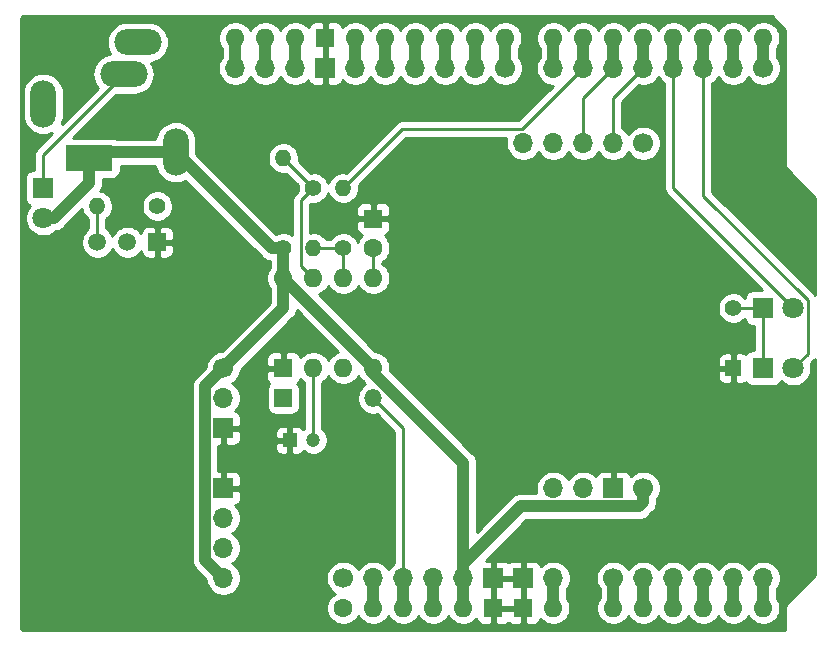
<source format=gtl>
%TF.GenerationSoftware,KiCad,Pcbnew,(5.1.12)-1*%
%TF.CreationDate,2022-07-01T18:07:02+09:00*%
%TF.ProjectId,WemosD1Shield,57656d6f-7344-4315-9368-69656c642e6b,rev?*%
%TF.SameCoordinates,Original*%
%TF.FileFunction,Copper,L1,Top*%
%TF.FilePolarity,Positive*%
%FSLAX46Y46*%
G04 Gerber Fmt 4.6, Leading zero omitted, Abs format (unit mm)*
G04 Created by KiCad (PCBNEW (5.1.12)-1) date 2022-07-01 18:07:02*
%MOMM*%
%LPD*%
G01*
G04 APERTURE LIST*
%TA.AperFunction,ComponentPad*%
%ADD10O,1.600000X1.600000*%
%TD*%
%TA.AperFunction,ComponentPad*%
%ADD11R,1.600000X1.600000*%
%TD*%
%TA.AperFunction,ComponentPad*%
%ADD12C,1.600000*%
%TD*%
%TA.AperFunction,ComponentPad*%
%ADD13O,1.400000X1.400000*%
%TD*%
%TA.AperFunction,ComponentPad*%
%ADD14C,1.400000*%
%TD*%
%TA.AperFunction,ComponentPad*%
%ADD15R,1.500000X1.500000*%
%TD*%
%TA.AperFunction,ComponentPad*%
%ADD16C,1.500000*%
%TD*%
%TA.AperFunction,ComponentPad*%
%ADD17R,1.700000X1.700000*%
%TD*%
%TA.AperFunction,ComponentPad*%
%ADD18O,1.700000X1.700000*%
%TD*%
%TA.AperFunction,ComponentPad*%
%ADD19C,1.700000*%
%TD*%
%TA.AperFunction,ComponentPad*%
%ADD20R,1.400000X1.400000*%
%TD*%
%TA.AperFunction,ComponentPad*%
%ADD21O,2.200000X4.000000*%
%TD*%
%TA.AperFunction,ComponentPad*%
%ADD22O,4.000000X2.200000*%
%TD*%
%TA.AperFunction,ComponentPad*%
%ADD23R,4.000000X2.200000*%
%TD*%
%TA.AperFunction,ComponentPad*%
%ADD24C,1.800000*%
%TD*%
%TA.AperFunction,ComponentPad*%
%ADD25R,1.800000X1.800000*%
%TD*%
%TA.AperFunction,ComponentPad*%
%ADD26O,1.500000X1.500000*%
%TD*%
%TA.AperFunction,ComponentPad*%
%ADD27R,1.200000X1.200000*%
%TD*%
%TA.AperFunction,ComponentPad*%
%ADD28C,1.200000*%
%TD*%
%TA.AperFunction,Conductor*%
%ADD29C,1.000000*%
%TD*%
%TA.AperFunction,Conductor*%
%ADD30C,0.250000*%
%TD*%
%TA.AperFunction,Conductor*%
%ADD31C,0.254000*%
%TD*%
%TA.AperFunction,Conductor*%
%ADD32C,0.100000*%
%TD*%
G04 APERTURE END LIST*
D10*
%TO.P,A1,16*%
%TO.N,Net-(A1-Pad16)*%
X175260000Y-86360000D03*
%TO.P,A1,15*%
%TO.N,Net-(A1-Pad15)*%
X177800000Y-86360000D03*
%TO.P,A1,30*%
%TO.N,Net-(A1-Pad30)*%
X138180000Y-86360000D03*
%TO.P,A1,14*%
%TO.N,Net-(A1-Pad14)*%
X177800000Y-134620000D03*
D11*
%TO.P,A1,29*%
%TO.N,GND*%
X140720000Y-86360000D03*
D10*
%TO.P,A1,13*%
%TO.N,Net-(A1-Pad13)*%
X175260000Y-134620000D03*
%TO.P,A1,28*%
%TO.N,Net-(A1-Pad28)*%
X143260000Y-86360000D03*
%TO.P,A1,12*%
%TO.N,Net-(A1-Pad12)*%
X172720000Y-134620000D03*
%TO.P,A1,27*%
%TO.N,Net-(A1-Pad27)*%
X145800000Y-86360000D03*
%TO.P,A1,11*%
%TO.N,Net-(A1-Pad11)*%
X170180000Y-134620000D03*
%TO.P,A1,26*%
%TO.N,Net-(A1-Pad26)*%
X148340000Y-86360000D03*
%TO.P,A1,10*%
%TO.N,Net-(A1-Pad10)*%
X167640000Y-134620000D03*
%TO.P,A1,25*%
%TO.N,Net-(A1-Pad25)*%
X150880000Y-86360000D03*
%TO.P,A1,9*%
%TO.N,Net-(A1-Pad9)*%
X165100000Y-134620000D03*
%TO.P,A1,24*%
%TO.N,Net-(A1-Pad24)*%
X153420000Y-86360000D03*
%TO.P,A1,8*%
%TO.N,Net-(A1-Pad8)*%
X160020000Y-134620000D03*
%TO.P,A1,23*%
%TO.N,Net-(A1-Pad23)*%
X155960000Y-86360000D03*
D11*
%TO.P,A1,7*%
%TO.N,GND*%
X157480000Y-134620000D03*
D10*
%TO.P,A1,22*%
%TO.N,Net-(A1-Pad22)*%
X160020000Y-86360000D03*
D11*
%TO.P,A1,6*%
%TO.N,GND*%
X154940000Y-134620000D03*
D10*
%TO.P,A1,21*%
%TO.N,Net-(A1-Pad21)*%
X162560000Y-86360000D03*
%TO.P,A1,5*%
%TO.N,VCC*%
X152400000Y-134620000D03*
%TO.P,A1,20*%
%TO.N,Net-(A1-Pad20)*%
X165100000Y-86360000D03*
%TO.P,A1,4*%
%TO.N,Net-(A1-Pad4)*%
X149860000Y-134620000D03*
%TO.P,A1,19*%
%TO.N,Net-(A1-Pad19)*%
X167640000Y-86360000D03*
%TO.P,A1,3*%
%TO.N,Net-(A1-Pad3)*%
X147320000Y-134620000D03*
%TO.P,A1,18*%
%TO.N,Net-(A1-Pad18)*%
X170180000Y-86360000D03*
%TO.P,A1,2*%
%TO.N,Net-(A1-Pad2)*%
X144780000Y-134620000D03*
%TO.P,A1,17*%
%TO.N,Net-(A1-Pad17)*%
X172720000Y-86360000D03*
D12*
%TO.P,A1,1*%
%TO.N,Net-(A1-Pad1)*%
X142240000Y-134620000D03*
D10*
%TO.P,A1,31*%
%TO.N,Net-(A1-Pad31)*%
X135640000Y-86360000D03*
%TO.P,A1,32*%
%TO.N,Net-(A1-Pad32)*%
X133100000Y-86360000D03*
%TD*%
D13*
%TO.P,4.7k,2*%
%TO.N,Net-(C1-Pad1)*%
X139700000Y-104140000D03*
D14*
%TO.P,4.7k,1*%
%TO.N,Net-(R4-Pad2)*%
X139700000Y-99060000D03*
%TD*%
D13*
%TO.P,10M,2*%
%TO.N,Net-(R4-Pad2)*%
X137160000Y-96520000D03*
D14*
%TO.P,10M,1*%
%TO.N,VCC*%
X137160000Y-104140000D03*
%TD*%
D11*
%TO.P,0.1uF,2*%
%TO.N,GND*%
X144780000Y-101640000D03*
D12*
%TO.P,0.1uF,1*%
%TO.N,Net-(C2-Pad1)*%
X144780000Y-104140000D03*
%TD*%
D15*
%TO.P,2N7000,1*%
%TO.N,GND*%
X126492000Y-103632000D03*
D16*
%TO.P,2N7000,3*%
%TO.N,Net-(Q2-Pad3)*%
X121412000Y-103632000D03*
%TO.P,2N7000,2*%
%TO.N,Net-(A1-Pad10)*%
X123952000Y-103632000D03*
%TD*%
D17*
%TO.P,DHT22,3*%
%TO.N,GND*%
X132080000Y-119380000D03*
D18*
%TO.P,DHT22,2*%
%TO.N,Net-(A1-Pad22)*%
X132080000Y-116840000D03*
D19*
%TO.P,DHT22,1*%
%TO.N,VCC*%
X132080000Y-114300000D03*
%TD*%
D18*
%TO.P,VCC,4*%
%TO.N,Net-(J8-Pad4)*%
X160020000Y-124460000D03*
%TO.P,VCC,3*%
%TO.N,Net-(J8-Pad3)*%
X162560000Y-124460000D03*
D17*
%TO.P,VCC,2*%
%TO.N,GND*%
X165100000Y-124460000D03*
D19*
%TO.P,VCC,1*%
%TO.N,VCC*%
X167640000Y-124460000D03*
%TD*%
D18*
%TO.P,Rx,5*%
%TO.N,Net-(J7-Pad5)*%
X157480000Y-95250000D03*
%TO.P,Rx,4*%
%TO.N,Net-(J7-Pad4)*%
X160020000Y-95250000D03*
%TO.P,Rx,3*%
%TO.N,Net-(A1-Pad20)*%
X162560000Y-95250000D03*
%TO.P,Rx,2*%
%TO.N,Net-(A1-Pad19)*%
X165100000Y-95250000D03*
D19*
%TO.P,Rx,1*%
%TO.N,Net-(J7-Pad1)*%
X167640000Y-95250000D03*
%TD*%
D10*
%TO.P,NE555,8*%
%TO.N,VCC*%
X137160000Y-106680000D03*
%TO.P,NE555,4*%
X144780000Y-114300000D03*
%TO.P,NE555,7*%
%TO.N,Net-(R4-Pad2)*%
X139700000Y-106680000D03*
%TO.P,NE555,3*%
%TO.N,Net-(D4-Pad1)*%
X142240000Y-114300000D03*
%TO.P,NE555,6*%
%TO.N,Net-(C1-Pad1)*%
X142240000Y-106680000D03*
%TO.P,NE555,2*%
X139700000Y-114300000D03*
%TO.P,NE555,5*%
%TO.N,Net-(C2-Pad1)*%
X144780000Y-106680000D03*
D11*
%TO.P,NE555,1*%
%TO.N,GND*%
X137160000Y-114300000D03*
%TD*%
D20*
%TO.P,330,2*%
%TO.N,GND*%
X175260000Y-114300000D03*
D14*
%TO.P,330,1*%
%TO.N,Net-(D1-Pad1)*%
X175260000Y-109220000D03*
%TD*%
D13*
%TO.P,330,2*%
%TO.N,Net-(A1-Pad21)*%
X142240000Y-99060000D03*
D14*
%TO.P,330,1*%
%TO.N,Net-(C1-Pad1)*%
X142240000Y-104140000D03*
%TD*%
D13*
%TO.P,100,2*%
%TO.N,Net-(Q2-Pad3)*%
X121412000Y-100584000D03*
D14*
%TO.P,100,1*%
%TO.N,Net-(J6-PadR)*%
X126492000Y-100584000D03*
%TD*%
D21*
%TO.P,AudioJack,S*%
%TO.N,Net-(J6-PadS)*%
X116840000Y-91920000D03*
D22*
%TO.P,AudioJack,R*%
%TO.N,Net-(J6-PadR)*%
X124840000Y-86720000D03*
%TO.P,AudioJack,RN*%
%TO.N,Net-(D5-Pad1)*%
X123640000Y-89420000D03*
D21*
%TO.P,AudioJack,TN*%
%TO.N,VCC*%
X128040000Y-96020000D03*
D23*
%TO.P,AudioJack,T*%
X120740000Y-96520000D03*
%TD*%
D18*
%TO.P,Relay,4*%
%TO.N,VCC*%
X132080000Y-132080000D03*
%TO.P,Relay,3*%
%TO.N,Net-(A1-Pad24)*%
X132080000Y-129540000D03*
%TO.P,Relay,2*%
%TO.N,Net-(A1-Pad23)*%
X132080000Y-127000000D03*
D17*
%TO.P,Relay,1*%
%TO.N,GND*%
X132080000Y-124460000D03*
%TD*%
D18*
%TO.P,J4,10*%
%TO.N,Net-(A1-Pad32)*%
X133096000Y-88900000D03*
%TO.P,J4,9*%
%TO.N,Net-(A1-Pad31)*%
X135636000Y-88900000D03*
%TO.P,J4,8*%
%TO.N,Net-(A1-Pad30)*%
X138176000Y-88900000D03*
D17*
%TO.P,J4,7*%
%TO.N,GND*%
X140716000Y-88900000D03*
D18*
%TO.P,J4,6*%
%TO.N,Net-(A1-Pad28)*%
X143256000Y-88900000D03*
%TO.P,J4,5*%
%TO.N,Net-(A1-Pad27)*%
X145796000Y-88900000D03*
%TO.P,J4,4*%
%TO.N,Net-(A1-Pad26)*%
X148336000Y-88900000D03*
%TO.P,J4,3*%
%TO.N,Net-(A1-Pad25)*%
X150876000Y-88900000D03*
%TO.P,J4,2*%
%TO.N,Net-(A1-Pad24)*%
X153416000Y-88900000D03*
D19*
%TO.P,J4,1*%
%TO.N,Net-(A1-Pad23)*%
X155956000Y-88900000D03*
%TD*%
D18*
%TO.P,J3,8*%
%TO.N,Net-(A1-Pad22)*%
X160020000Y-88900000D03*
%TO.P,J3,7*%
%TO.N,Net-(A1-Pad21)*%
X162560000Y-88900000D03*
%TO.P,J3,6*%
%TO.N,Net-(A1-Pad20)*%
X165100000Y-88900000D03*
%TO.P,J3,5*%
%TO.N,Net-(A1-Pad19)*%
X167640000Y-88900000D03*
%TO.P,J3,4*%
%TO.N,Net-(A1-Pad18)*%
X170180000Y-88900000D03*
%TO.P,J3,3*%
%TO.N,Net-(A1-Pad17)*%
X172720000Y-88900000D03*
%TO.P,J3,2*%
%TO.N,Net-(A1-Pad16)*%
X175260000Y-88900000D03*
D19*
%TO.P,J3,1*%
%TO.N,Net-(A1-Pad15)*%
X177800000Y-88900000D03*
%TD*%
D18*
%TO.P,04,6*%
%TO.N,Net-(A1-Pad14)*%
X177800000Y-132080000D03*
%TO.P,04,5*%
%TO.N,Net-(A1-Pad13)*%
X175260000Y-132080000D03*
%TO.P,04,4*%
%TO.N,Net-(A1-Pad12)*%
X172720000Y-132080000D03*
%TO.P,04,3*%
%TO.N,Net-(A1-Pad11)*%
X170180000Y-132080000D03*
%TO.P,04,2*%
%TO.N,Net-(A1-Pad10)*%
X167640000Y-132080000D03*
D19*
%TO.P,04,1*%
%TO.N,Net-(A1-Pad9)*%
X165100000Y-132080000D03*
%TD*%
D18*
%TO.P,RST,8*%
%TO.N,Net-(A1-Pad8)*%
X160020000Y-132080000D03*
D17*
%TO.P,RST,7*%
%TO.N,GND*%
X157480000Y-132080000D03*
%TO.P,RST,6*%
X154940000Y-132080000D03*
D18*
%TO.P,RST,5*%
%TO.N,VCC*%
X152400000Y-132080000D03*
%TO.P,RST,4*%
%TO.N,Net-(A1-Pad4)*%
X149860000Y-132080000D03*
%TO.P,RST,3*%
%TO.N,Net-(A1-Pad3)*%
X147320000Y-132080000D03*
%TO.P,RST,2*%
%TO.N,Net-(A1-Pad2)*%
X144780000Y-132080000D03*
D19*
%TO.P,RST,1*%
%TO.N,Net-(J1-Pad1)*%
X142240000Y-132080000D03*
%TD*%
D24*
%TO.P,IR LED,2*%
%TO.N,VCC*%
X116840000Y-101600000D03*
D25*
%TO.P,IR LED,1*%
%TO.N,Net-(D5-Pad1)*%
X116840000Y-99060000D03*
%TD*%
D26*
%TO.P,1N4001,2*%
%TO.N,Net-(A1-Pad3)*%
X144780000Y-116840000D03*
D15*
%TO.P,1N4001,1*%
%TO.N,Net-(D4-Pad1)*%
X137160000Y-116840000D03*
%TD*%
D24*
%TO.P,LED2,2*%
%TO.N,Net-(A1-Pad18)*%
X180340000Y-109220000D03*
D25*
%TO.P,LED2,1*%
%TO.N,Net-(D1-Pad1)*%
X177800000Y-109220000D03*
%TD*%
D24*
%TO.P,LED1,2*%
%TO.N,Net-(A1-Pad17)*%
X180340000Y-114300000D03*
D25*
%TO.P,LED1,1*%
%TO.N,Net-(D1-Pad1)*%
X177800000Y-114300000D03*
%TD*%
D27*
%TO.P,22uF,2*%
%TO.N,GND*%
X137700000Y-120396000D03*
D28*
%TO.P,22uF,1*%
%TO.N,Net-(C1-Pad1)*%
X139700000Y-120396000D03*
%TD*%
D29*
%TO.N,Net-(A1-Pad16)*%
X175260000Y-86360000D02*
X175260000Y-88900000D01*
%TO.N,Net-(A1-Pad15)*%
X177800000Y-86360000D02*
X177800000Y-88900000D01*
%TO.N,Net-(A1-Pad30)*%
X138180000Y-88896000D02*
X138176000Y-88900000D01*
X138180000Y-86360000D02*
X138180000Y-88896000D01*
%TO.N,Net-(A1-Pad14)*%
X177800000Y-134620000D02*
X177800000Y-132080000D01*
%TO.N,Net-(A1-Pad13)*%
X175260000Y-134620000D02*
X175260000Y-132080000D01*
%TO.N,Net-(A1-Pad28)*%
X143260000Y-88896000D02*
X143256000Y-88900000D01*
X143260000Y-86360000D02*
X143260000Y-88896000D01*
%TO.N,Net-(A1-Pad12)*%
X172720000Y-134620000D02*
X172720000Y-132080000D01*
%TO.N,Net-(A1-Pad27)*%
X145800000Y-88896000D02*
X145796000Y-88900000D01*
X145800000Y-86360000D02*
X145800000Y-88896000D01*
%TO.N,Net-(A1-Pad11)*%
X170180000Y-134620000D02*
X170180000Y-132080000D01*
%TO.N,Net-(A1-Pad26)*%
X148340000Y-88896000D02*
X148336000Y-88900000D01*
X148340000Y-86360000D02*
X148340000Y-88896000D01*
%TO.N,Net-(A1-Pad10)*%
X167640000Y-134620000D02*
X167640000Y-132080000D01*
%TO.N,Net-(A1-Pad25)*%
X150880000Y-88896000D02*
X150876000Y-88900000D01*
X150880000Y-86360000D02*
X150880000Y-88896000D01*
%TO.N,Net-(A1-Pad9)*%
X165100000Y-134620000D02*
X165100000Y-132080000D01*
%TO.N,Net-(A1-Pad24)*%
X153420000Y-88896000D02*
X153416000Y-88900000D01*
X153420000Y-86360000D02*
X153420000Y-88896000D01*
%TO.N,Net-(A1-Pad8)*%
X160020000Y-134620000D02*
X160020000Y-132080000D01*
%TO.N,Net-(A1-Pad23)*%
X155960000Y-88896000D02*
X155956000Y-88900000D01*
X155960000Y-86360000D02*
X155960000Y-88896000D01*
%TO.N,Net-(A1-Pad22)*%
X160020000Y-86360000D02*
X160020000Y-88900000D01*
%TO.N,Net-(A1-Pad21)*%
X162560000Y-86360000D02*
X162560000Y-88900000D01*
D30*
X147225001Y-94074999D02*
X157385001Y-94074999D01*
X157385001Y-94074999D02*
X162560000Y-88900000D01*
X142240000Y-99060000D02*
X147225001Y-94074999D01*
D29*
%TO.N,Net-(A1-Pad20)*%
X165100000Y-86360000D02*
X165100000Y-88900000D01*
D30*
X162560000Y-91440000D02*
X162560000Y-95250000D01*
X165100000Y-88900000D02*
X162560000Y-91440000D01*
D29*
%TO.N,Net-(A1-Pad4)*%
X149860000Y-134620000D02*
X149860000Y-132080000D01*
%TO.N,Net-(A1-Pad19)*%
X167640000Y-86360000D02*
X167640000Y-88900000D01*
D30*
X165100000Y-91440000D02*
X167640000Y-88900000D01*
X165100000Y-95250000D02*
X165100000Y-91440000D01*
D29*
%TO.N,Net-(A1-Pad3)*%
X147320000Y-134620000D02*
X147320000Y-132080000D01*
D30*
X147320000Y-119380000D02*
X144780000Y-116840000D01*
X147320000Y-132080000D02*
X147320000Y-119380000D01*
D29*
%TO.N,Net-(A1-Pad18)*%
X170180000Y-86360000D02*
X170180000Y-88900000D01*
D30*
X170180000Y-99060000D02*
X180340000Y-109220000D01*
X170180000Y-88900000D02*
X170180000Y-99060000D01*
D29*
%TO.N,Net-(A1-Pad2)*%
X144780000Y-134620000D02*
X144780000Y-132080000D01*
%TO.N,Net-(A1-Pad17)*%
X172720000Y-86360000D02*
X172720000Y-88900000D01*
D30*
X172720000Y-88900000D02*
X172720000Y-99695000D01*
X181565001Y-108540001D02*
X181565001Y-113074999D01*
X181565001Y-113074999D02*
X180340000Y-114300000D01*
X172720000Y-99695000D02*
X181565001Y-108540001D01*
D29*
%TO.N,Net-(A1-Pad31)*%
X135640000Y-88896000D02*
X135636000Y-88900000D01*
X135640000Y-86360000D02*
X135640000Y-88896000D01*
%TO.N,Net-(A1-Pad32)*%
X133100000Y-88896000D02*
X133096000Y-88900000D01*
X133100000Y-86360000D02*
X133100000Y-88896000D01*
%TO.N,GND*%
X140720000Y-88896000D02*
X140716000Y-88900000D01*
D30*
%TO.N,Net-(C1-Pad1)*%
X142240000Y-106680000D02*
X142240000Y-104140000D01*
X142240000Y-104140000D02*
X139700000Y-104140000D01*
X139700000Y-114300000D02*
X139700000Y-120396000D01*
%TO.N,Net-(C2-Pad1)*%
X144780000Y-106680000D02*
X144780000Y-104140000D01*
%TO.N,Net-(D1-Pad1)*%
X175260000Y-109220000D02*
X177800000Y-109220000D01*
X177800000Y-109220000D02*
X177800000Y-114300000D01*
D29*
%TO.N,VCC*%
X152400000Y-134620000D02*
X152400000Y-132080000D01*
X152400000Y-122313998D02*
X144780000Y-114693998D01*
X144780000Y-114693998D02*
X144780000Y-114300000D01*
X152400000Y-132080000D02*
X152400000Y-122313998D01*
X144780000Y-114300000D02*
X137160000Y-106680000D01*
X137160000Y-106680000D02*
X137160000Y-104140000D01*
X136160000Y-104140000D02*
X128040000Y-96020000D01*
X137160000Y-104140000D02*
X136160000Y-104140000D01*
X137160000Y-109220000D02*
X132080000Y-114300000D01*
X137160000Y-106680000D02*
X137160000Y-109220000D01*
X167640000Y-125662081D02*
X167640000Y-124460000D01*
X167292080Y-126010001D02*
X167640000Y-125662081D01*
X157267918Y-126010001D02*
X167292080Y-126010001D01*
X152400000Y-130877919D02*
X157267918Y-126010001D01*
X152400000Y-132080000D02*
X152400000Y-130877919D01*
X121240000Y-96020000D02*
X120740000Y-96520000D01*
X128040000Y-96020000D02*
X121240000Y-96020000D01*
X117760000Y-101600000D02*
X116840000Y-101600000D01*
X120740000Y-98620000D02*
X117760000Y-101600000D01*
X120740000Y-96520000D02*
X120740000Y-98620000D01*
X130529999Y-130529999D02*
X132080000Y-132080000D01*
X130529999Y-115850001D02*
X130529999Y-130529999D01*
X132080000Y-114300000D02*
X130529999Y-115850001D01*
D30*
%TO.N,Net-(D5-Pad1)*%
X116840000Y-96220000D02*
X123640000Y-89420000D01*
X116840000Y-99060000D02*
X116840000Y-96220000D01*
%TO.N,Net-(Q2-Pad3)*%
X121412000Y-103632000D02*
X121412000Y-100584000D01*
%TO.N,Net-(R4-Pad2)*%
X138674999Y-100085001D02*
X139700000Y-99060000D01*
X138674999Y-105654999D02*
X138674999Y-100085001D01*
X139700000Y-106680000D02*
X138674999Y-105654999D01*
X139700000Y-99060000D02*
X137160000Y-96520000D01*
%TD*%
D31*
%TO.N,GND*%
X179655000Y-85627736D02*
X179655001Y-96994351D01*
X179651687Y-97028000D01*
X179664912Y-97162283D01*
X179694591Y-97260119D01*
X179704082Y-97291406D01*
X179767689Y-97410407D01*
X179792175Y-97440243D01*
X179831840Y-97488576D01*
X179831847Y-97488583D01*
X179853290Y-97514711D01*
X179879418Y-97536154D01*
X182195000Y-99851736D01*
X182195000Y-108109663D01*
X182186812Y-108099686D01*
X182128800Y-108028997D01*
X182128796Y-108028993D01*
X182105002Y-108000000D01*
X182076010Y-107976207D01*
X173480000Y-99380199D01*
X173480000Y-90178178D01*
X173666632Y-90053475D01*
X173873475Y-89846632D01*
X173990000Y-89672240D01*
X174106525Y-89846632D01*
X174313368Y-90053475D01*
X174556589Y-90215990D01*
X174826842Y-90327932D01*
X175113740Y-90385000D01*
X175406260Y-90385000D01*
X175693158Y-90327932D01*
X175963411Y-90215990D01*
X176206632Y-90053475D01*
X176413475Y-89846632D01*
X176530000Y-89672240D01*
X176646525Y-89846632D01*
X176853368Y-90053475D01*
X177096589Y-90215990D01*
X177366842Y-90327932D01*
X177653740Y-90385000D01*
X177946260Y-90385000D01*
X178233158Y-90327932D01*
X178503411Y-90215990D01*
X178746632Y-90053475D01*
X178953475Y-89846632D01*
X179115990Y-89603411D01*
X179227932Y-89333158D01*
X179285000Y-89046260D01*
X179285000Y-88753740D01*
X179227932Y-88466842D01*
X179115990Y-88196589D01*
X178953475Y-87953368D01*
X178935000Y-87934893D01*
X178935000Y-87244284D01*
X179071680Y-87039727D01*
X179179853Y-86778574D01*
X179235000Y-86501335D01*
X179235000Y-86218665D01*
X179179853Y-85941426D01*
X179071680Y-85680273D01*
X178914637Y-85445241D01*
X178714759Y-85245363D01*
X178479727Y-85088320D01*
X178218574Y-84980147D01*
X177941335Y-84925000D01*
X177658665Y-84925000D01*
X177381426Y-84980147D01*
X177120273Y-85088320D01*
X176885241Y-85245363D01*
X176685363Y-85445241D01*
X176530000Y-85677759D01*
X176374637Y-85445241D01*
X176174759Y-85245363D01*
X175939727Y-85088320D01*
X175678574Y-84980147D01*
X175401335Y-84925000D01*
X175118665Y-84925000D01*
X174841426Y-84980147D01*
X174580273Y-85088320D01*
X174345241Y-85245363D01*
X174145363Y-85445241D01*
X173990000Y-85677759D01*
X173834637Y-85445241D01*
X173634759Y-85245363D01*
X173399727Y-85088320D01*
X173138574Y-84980147D01*
X172861335Y-84925000D01*
X172578665Y-84925000D01*
X172301426Y-84980147D01*
X172040273Y-85088320D01*
X171805241Y-85245363D01*
X171605363Y-85445241D01*
X171450000Y-85677759D01*
X171294637Y-85445241D01*
X171094759Y-85245363D01*
X170859727Y-85088320D01*
X170598574Y-84980147D01*
X170321335Y-84925000D01*
X170038665Y-84925000D01*
X169761426Y-84980147D01*
X169500273Y-85088320D01*
X169265241Y-85245363D01*
X169065363Y-85445241D01*
X168910000Y-85677759D01*
X168754637Y-85445241D01*
X168554759Y-85245363D01*
X168319727Y-85088320D01*
X168058574Y-84980147D01*
X167781335Y-84925000D01*
X167498665Y-84925000D01*
X167221426Y-84980147D01*
X166960273Y-85088320D01*
X166725241Y-85245363D01*
X166525363Y-85445241D01*
X166370000Y-85677759D01*
X166214637Y-85445241D01*
X166014759Y-85245363D01*
X165779727Y-85088320D01*
X165518574Y-84980147D01*
X165241335Y-84925000D01*
X164958665Y-84925000D01*
X164681426Y-84980147D01*
X164420273Y-85088320D01*
X164185241Y-85245363D01*
X163985363Y-85445241D01*
X163830000Y-85677759D01*
X163674637Y-85445241D01*
X163474759Y-85245363D01*
X163239727Y-85088320D01*
X162978574Y-84980147D01*
X162701335Y-84925000D01*
X162418665Y-84925000D01*
X162141426Y-84980147D01*
X161880273Y-85088320D01*
X161645241Y-85245363D01*
X161445363Y-85445241D01*
X161290000Y-85677759D01*
X161134637Y-85445241D01*
X160934759Y-85245363D01*
X160699727Y-85088320D01*
X160438574Y-84980147D01*
X160161335Y-84925000D01*
X159878665Y-84925000D01*
X159601426Y-84980147D01*
X159340273Y-85088320D01*
X159105241Y-85245363D01*
X158905363Y-85445241D01*
X158748320Y-85680273D01*
X158640147Y-85941426D01*
X158585000Y-86218665D01*
X158585000Y-86501335D01*
X158640147Y-86778574D01*
X158748320Y-87039727D01*
X158885000Y-87244284D01*
X158885001Y-87934892D01*
X158866525Y-87953368D01*
X158704010Y-88196589D01*
X158592068Y-88466842D01*
X158535000Y-88753740D01*
X158535000Y-89046260D01*
X158592068Y-89333158D01*
X158704010Y-89603411D01*
X158866525Y-89846632D01*
X159073368Y-90053475D01*
X159316589Y-90215990D01*
X159586842Y-90327932D01*
X159873740Y-90385000D01*
X160000198Y-90385000D01*
X157070200Y-93314999D01*
X147262323Y-93314999D01*
X147225000Y-93311323D01*
X147187677Y-93314999D01*
X147187668Y-93314999D01*
X147076015Y-93325996D01*
X146932754Y-93369453D01*
X146800724Y-93440025D01*
X146743281Y-93487168D01*
X146685000Y-93534998D01*
X146661202Y-93563996D01*
X142478844Y-97746355D01*
X142371486Y-97725000D01*
X142108514Y-97725000D01*
X141850595Y-97776304D01*
X141607641Y-97876939D01*
X141388987Y-98023038D01*
X141203038Y-98208987D01*
X141056939Y-98427641D01*
X140970000Y-98637530D01*
X140883061Y-98427641D01*
X140736962Y-98208987D01*
X140551013Y-98023038D01*
X140332359Y-97876939D01*
X140089405Y-97776304D01*
X139831486Y-97725000D01*
X139568514Y-97725000D01*
X139461157Y-97746355D01*
X138473645Y-96758843D01*
X138495000Y-96651486D01*
X138495000Y-96388514D01*
X138443696Y-96130595D01*
X138343061Y-95887641D01*
X138196962Y-95668987D01*
X138011013Y-95483038D01*
X137792359Y-95336939D01*
X137549405Y-95236304D01*
X137291486Y-95185000D01*
X137028514Y-95185000D01*
X136770595Y-95236304D01*
X136527641Y-95336939D01*
X136308987Y-95483038D01*
X136123038Y-95668987D01*
X135976939Y-95887641D01*
X135876304Y-96130595D01*
X135825000Y-96388514D01*
X135825000Y-96651486D01*
X135876304Y-96909405D01*
X135976939Y-97152359D01*
X136123038Y-97371013D01*
X136308987Y-97556962D01*
X136527641Y-97703061D01*
X136770595Y-97803696D01*
X137028514Y-97855000D01*
X137291486Y-97855000D01*
X137398843Y-97833645D01*
X138386355Y-98821157D01*
X138365000Y-98928514D01*
X138365000Y-99191486D01*
X138386355Y-99298844D01*
X138163997Y-99521202D01*
X138134999Y-99545000D01*
X138111201Y-99573998D01*
X138111200Y-99573999D01*
X138040025Y-99660725D01*
X137969453Y-99792755D01*
X137925997Y-99936016D01*
X137911323Y-100085001D01*
X137915000Y-100122333D01*
X137914999Y-103038884D01*
X137792359Y-102956939D01*
X137549405Y-102856304D01*
X137291486Y-102805000D01*
X137028514Y-102805000D01*
X136770595Y-102856304D01*
X136566129Y-102940997D01*
X129775000Y-96149869D01*
X129775000Y-95034775D01*
X129749895Y-94779881D01*
X129650686Y-94452832D01*
X129489579Y-94151422D01*
X129272766Y-93887234D01*
X129008577Y-93670421D01*
X128707167Y-93509314D01*
X128380118Y-93410105D01*
X128040000Y-93376606D01*
X127699881Y-93410105D01*
X127372832Y-93509314D01*
X127071422Y-93670421D01*
X126807234Y-93887234D01*
X126590421Y-94151423D01*
X126429314Y-94452833D01*
X126330105Y-94779882D01*
X126319752Y-94885000D01*
X123086144Y-94885000D01*
X122984180Y-94830498D01*
X122864482Y-94794188D01*
X122740000Y-94781928D01*
X119352873Y-94781928D01*
X122979802Y-91155000D01*
X124625225Y-91155000D01*
X124880119Y-91129895D01*
X125207168Y-91030686D01*
X125508578Y-90869579D01*
X125772766Y-90652766D01*
X125989579Y-90388578D01*
X126150686Y-90087168D01*
X126249895Y-89760119D01*
X126283394Y-89420000D01*
X126249895Y-89079881D01*
X126150962Y-88753740D01*
X131611000Y-88753740D01*
X131611000Y-89046260D01*
X131668068Y-89333158D01*
X131780010Y-89603411D01*
X131942525Y-89846632D01*
X132149368Y-90053475D01*
X132392589Y-90215990D01*
X132662842Y-90327932D01*
X132949740Y-90385000D01*
X133242260Y-90385000D01*
X133529158Y-90327932D01*
X133799411Y-90215990D01*
X134042632Y-90053475D01*
X134249475Y-89846632D01*
X134366000Y-89672240D01*
X134482525Y-89846632D01*
X134689368Y-90053475D01*
X134932589Y-90215990D01*
X135202842Y-90327932D01*
X135489740Y-90385000D01*
X135782260Y-90385000D01*
X136069158Y-90327932D01*
X136339411Y-90215990D01*
X136582632Y-90053475D01*
X136789475Y-89846632D01*
X136906000Y-89672240D01*
X137022525Y-89846632D01*
X137229368Y-90053475D01*
X137472589Y-90215990D01*
X137742842Y-90327932D01*
X138029740Y-90385000D01*
X138322260Y-90385000D01*
X138609158Y-90327932D01*
X138879411Y-90215990D01*
X139122632Y-90053475D01*
X139254487Y-89921620D01*
X139276498Y-89994180D01*
X139335463Y-90104494D01*
X139414815Y-90201185D01*
X139511506Y-90280537D01*
X139621820Y-90339502D01*
X139741518Y-90375812D01*
X139866000Y-90388072D01*
X140430250Y-90385000D01*
X140589000Y-90226250D01*
X140589000Y-89027000D01*
X140569000Y-89027000D01*
X140569000Y-88773000D01*
X140589000Y-88773000D01*
X140589000Y-87640250D01*
X140593000Y-87636250D01*
X140593000Y-87573750D01*
X140843000Y-87573750D01*
X140843000Y-88773000D01*
X140863000Y-88773000D01*
X140863000Y-89027000D01*
X140843000Y-89027000D01*
X140843000Y-90226250D01*
X141001750Y-90385000D01*
X141566000Y-90388072D01*
X141690482Y-90375812D01*
X141810180Y-90339502D01*
X141920494Y-90280537D01*
X142017185Y-90201185D01*
X142096537Y-90104494D01*
X142155502Y-89994180D01*
X142177513Y-89921620D01*
X142309368Y-90053475D01*
X142552589Y-90215990D01*
X142822842Y-90327932D01*
X143109740Y-90385000D01*
X143402260Y-90385000D01*
X143689158Y-90327932D01*
X143959411Y-90215990D01*
X144202632Y-90053475D01*
X144409475Y-89846632D01*
X144526000Y-89672240D01*
X144642525Y-89846632D01*
X144849368Y-90053475D01*
X145092589Y-90215990D01*
X145362842Y-90327932D01*
X145649740Y-90385000D01*
X145942260Y-90385000D01*
X146229158Y-90327932D01*
X146499411Y-90215990D01*
X146742632Y-90053475D01*
X146949475Y-89846632D01*
X147066000Y-89672240D01*
X147182525Y-89846632D01*
X147389368Y-90053475D01*
X147632589Y-90215990D01*
X147902842Y-90327932D01*
X148189740Y-90385000D01*
X148482260Y-90385000D01*
X148769158Y-90327932D01*
X149039411Y-90215990D01*
X149282632Y-90053475D01*
X149489475Y-89846632D01*
X149606000Y-89672240D01*
X149722525Y-89846632D01*
X149929368Y-90053475D01*
X150172589Y-90215990D01*
X150442842Y-90327932D01*
X150729740Y-90385000D01*
X151022260Y-90385000D01*
X151309158Y-90327932D01*
X151579411Y-90215990D01*
X151822632Y-90053475D01*
X152029475Y-89846632D01*
X152146000Y-89672240D01*
X152262525Y-89846632D01*
X152469368Y-90053475D01*
X152712589Y-90215990D01*
X152982842Y-90327932D01*
X153269740Y-90385000D01*
X153562260Y-90385000D01*
X153849158Y-90327932D01*
X154119411Y-90215990D01*
X154362632Y-90053475D01*
X154569475Y-89846632D01*
X154686000Y-89672240D01*
X154802525Y-89846632D01*
X155009368Y-90053475D01*
X155252589Y-90215990D01*
X155522842Y-90327932D01*
X155809740Y-90385000D01*
X156102260Y-90385000D01*
X156389158Y-90327932D01*
X156659411Y-90215990D01*
X156902632Y-90053475D01*
X157109475Y-89846632D01*
X157271990Y-89603411D01*
X157383932Y-89333158D01*
X157441000Y-89046260D01*
X157441000Y-88753740D01*
X157383932Y-88466842D01*
X157271990Y-88196589D01*
X157109475Y-87953368D01*
X157095000Y-87938893D01*
X157095000Y-87244284D01*
X157231680Y-87039727D01*
X157339853Y-86778574D01*
X157395000Y-86501335D01*
X157395000Y-86218665D01*
X157339853Y-85941426D01*
X157231680Y-85680273D01*
X157074637Y-85445241D01*
X156874759Y-85245363D01*
X156639727Y-85088320D01*
X156378574Y-84980147D01*
X156101335Y-84925000D01*
X155818665Y-84925000D01*
X155541426Y-84980147D01*
X155280273Y-85088320D01*
X155045241Y-85245363D01*
X154845363Y-85445241D01*
X154690000Y-85677759D01*
X154534637Y-85445241D01*
X154334759Y-85245363D01*
X154099727Y-85088320D01*
X153838574Y-84980147D01*
X153561335Y-84925000D01*
X153278665Y-84925000D01*
X153001426Y-84980147D01*
X152740273Y-85088320D01*
X152505241Y-85245363D01*
X152305363Y-85445241D01*
X152150000Y-85677759D01*
X151994637Y-85445241D01*
X151794759Y-85245363D01*
X151559727Y-85088320D01*
X151298574Y-84980147D01*
X151021335Y-84925000D01*
X150738665Y-84925000D01*
X150461426Y-84980147D01*
X150200273Y-85088320D01*
X149965241Y-85245363D01*
X149765363Y-85445241D01*
X149610000Y-85677759D01*
X149454637Y-85445241D01*
X149254759Y-85245363D01*
X149019727Y-85088320D01*
X148758574Y-84980147D01*
X148481335Y-84925000D01*
X148198665Y-84925000D01*
X147921426Y-84980147D01*
X147660273Y-85088320D01*
X147425241Y-85245363D01*
X147225363Y-85445241D01*
X147070000Y-85677759D01*
X146914637Y-85445241D01*
X146714759Y-85245363D01*
X146479727Y-85088320D01*
X146218574Y-84980147D01*
X145941335Y-84925000D01*
X145658665Y-84925000D01*
X145381426Y-84980147D01*
X145120273Y-85088320D01*
X144885241Y-85245363D01*
X144685363Y-85445241D01*
X144530000Y-85677759D01*
X144374637Y-85445241D01*
X144174759Y-85245363D01*
X143939727Y-85088320D01*
X143678574Y-84980147D01*
X143401335Y-84925000D01*
X143118665Y-84925000D01*
X142841426Y-84980147D01*
X142580273Y-85088320D01*
X142345241Y-85245363D01*
X142146643Y-85443961D01*
X142145812Y-85435518D01*
X142109502Y-85315820D01*
X142050537Y-85205506D01*
X141971185Y-85108815D01*
X141874494Y-85029463D01*
X141764180Y-84970498D01*
X141644482Y-84934188D01*
X141520000Y-84921928D01*
X141005750Y-84925000D01*
X140847000Y-85083750D01*
X140847000Y-86233000D01*
X140867000Y-86233000D01*
X140867000Y-86487000D01*
X140847000Y-86487000D01*
X140847000Y-87569750D01*
X140843000Y-87573750D01*
X140593000Y-87573750D01*
X140593000Y-86487000D01*
X140573000Y-86487000D01*
X140573000Y-86233000D01*
X140593000Y-86233000D01*
X140593000Y-85083750D01*
X140434250Y-84925000D01*
X139920000Y-84921928D01*
X139795518Y-84934188D01*
X139675820Y-84970498D01*
X139565506Y-85029463D01*
X139468815Y-85108815D01*
X139389463Y-85205506D01*
X139330498Y-85315820D01*
X139294188Y-85435518D01*
X139293357Y-85443961D01*
X139094759Y-85245363D01*
X138859727Y-85088320D01*
X138598574Y-84980147D01*
X138321335Y-84925000D01*
X138038665Y-84925000D01*
X137761426Y-84980147D01*
X137500273Y-85088320D01*
X137265241Y-85245363D01*
X137065363Y-85445241D01*
X136910000Y-85677759D01*
X136754637Y-85445241D01*
X136554759Y-85245363D01*
X136319727Y-85088320D01*
X136058574Y-84980147D01*
X135781335Y-84925000D01*
X135498665Y-84925000D01*
X135221426Y-84980147D01*
X134960273Y-85088320D01*
X134725241Y-85245363D01*
X134525363Y-85445241D01*
X134370000Y-85677759D01*
X134214637Y-85445241D01*
X134014759Y-85245363D01*
X133779727Y-85088320D01*
X133518574Y-84980147D01*
X133241335Y-84925000D01*
X132958665Y-84925000D01*
X132681426Y-84980147D01*
X132420273Y-85088320D01*
X132185241Y-85245363D01*
X131985363Y-85445241D01*
X131828320Y-85680273D01*
X131720147Y-85941426D01*
X131665000Y-86218665D01*
X131665000Y-86501335D01*
X131720147Y-86778574D01*
X131828320Y-87039727D01*
X131965000Y-87244284D01*
X131965001Y-87930892D01*
X131942525Y-87953368D01*
X131780010Y-88196589D01*
X131668068Y-88466842D01*
X131611000Y-88753740D01*
X126150962Y-88753740D01*
X126150686Y-88752832D01*
X125989579Y-88451422D01*
X125980005Y-88439755D01*
X126080119Y-88429895D01*
X126407168Y-88330686D01*
X126708578Y-88169579D01*
X126972766Y-87952766D01*
X127189579Y-87688578D01*
X127350686Y-87387168D01*
X127449895Y-87060119D01*
X127483394Y-86720000D01*
X127449895Y-86379881D01*
X127350686Y-86052832D01*
X127189579Y-85751422D01*
X126972766Y-85487234D01*
X126708578Y-85270421D01*
X126407168Y-85109314D01*
X126080119Y-85010105D01*
X125825225Y-84985000D01*
X123854775Y-84985000D01*
X123599881Y-85010105D01*
X123272832Y-85109314D01*
X122971422Y-85270421D01*
X122707234Y-85487234D01*
X122490421Y-85751422D01*
X122329314Y-86052832D01*
X122230105Y-86379881D01*
X122196606Y-86720000D01*
X122230105Y-87060119D01*
X122329314Y-87387168D01*
X122490421Y-87688578D01*
X122499995Y-87700245D01*
X122399881Y-87710105D01*
X122072832Y-87809314D01*
X121771422Y-87970421D01*
X121507234Y-88187234D01*
X121290421Y-88451422D01*
X121129314Y-88752832D01*
X121030105Y-89079881D01*
X120996606Y-89420000D01*
X121030105Y-89760119D01*
X121129314Y-90087168D01*
X121290421Y-90388578D01*
X121428441Y-90556757D01*
X118396321Y-93588878D01*
X118450686Y-93487168D01*
X118549895Y-93160119D01*
X118575000Y-92905225D01*
X118575000Y-90934775D01*
X118549895Y-90679881D01*
X118450686Y-90352832D01*
X118289579Y-90051422D01*
X118072766Y-89787234D01*
X117808577Y-89570421D01*
X117507167Y-89409314D01*
X117180118Y-89310105D01*
X116840000Y-89276606D01*
X116499881Y-89310105D01*
X116172832Y-89409314D01*
X115871422Y-89570421D01*
X115607234Y-89787234D01*
X115390421Y-90051423D01*
X115229314Y-90352833D01*
X115130105Y-90679882D01*
X115105000Y-90934776D01*
X115105000Y-92905225D01*
X115130106Y-93160119D01*
X115229315Y-93487168D01*
X115390422Y-93788578D01*
X115607235Y-94052766D01*
X115871423Y-94269579D01*
X116172833Y-94430686D01*
X116499882Y-94529895D01*
X116840000Y-94563394D01*
X117180119Y-94529895D01*
X117507168Y-94430686D01*
X117608878Y-94376321D01*
X116328998Y-95656201D01*
X116300000Y-95679999D01*
X116276202Y-95708997D01*
X116276201Y-95708998D01*
X116205026Y-95795724D01*
X116134454Y-95927754D01*
X116090998Y-96071015D01*
X116076324Y-96220000D01*
X116080001Y-96257332D01*
X116080001Y-97521928D01*
X115940000Y-97521928D01*
X115815518Y-97534188D01*
X115695820Y-97570498D01*
X115585506Y-97629463D01*
X115488815Y-97708815D01*
X115409463Y-97805506D01*
X115350498Y-97915820D01*
X115314188Y-98035518D01*
X115301928Y-98160000D01*
X115301928Y-99960000D01*
X115314188Y-100084482D01*
X115350498Y-100204180D01*
X115409463Y-100314494D01*
X115488815Y-100411185D01*
X115585506Y-100490537D01*
X115695820Y-100549502D01*
X115714127Y-100555056D01*
X115647688Y-100621495D01*
X115479701Y-100872905D01*
X115363989Y-101152257D01*
X115305000Y-101448816D01*
X115305000Y-101751184D01*
X115363989Y-102047743D01*
X115479701Y-102327095D01*
X115647688Y-102578505D01*
X115861495Y-102792312D01*
X116112905Y-102960299D01*
X116392257Y-103076011D01*
X116688816Y-103135000D01*
X116991184Y-103135000D01*
X117287743Y-103076011D01*
X117567095Y-102960299D01*
X117818505Y-102792312D01*
X117882379Y-102728438D01*
X117982499Y-102718577D01*
X118196447Y-102653676D01*
X118393623Y-102548284D01*
X118566449Y-102406449D01*
X118601996Y-102363135D01*
X120105644Y-100859487D01*
X120128304Y-100973405D01*
X120228939Y-101216359D01*
X120375038Y-101435013D01*
X120560987Y-101620962D01*
X120652001Y-101681775D01*
X120652000Y-102474091D01*
X120529114Y-102556201D01*
X120336201Y-102749114D01*
X120184629Y-102975957D01*
X120080225Y-103228011D01*
X120027000Y-103495589D01*
X120027000Y-103768411D01*
X120080225Y-104035989D01*
X120184629Y-104288043D01*
X120336201Y-104514886D01*
X120529114Y-104707799D01*
X120755957Y-104859371D01*
X121008011Y-104963775D01*
X121275589Y-105017000D01*
X121548411Y-105017000D01*
X121815989Y-104963775D01*
X122068043Y-104859371D01*
X122294886Y-104707799D01*
X122487799Y-104514886D01*
X122639371Y-104288043D01*
X122682000Y-104185127D01*
X122724629Y-104288043D01*
X122876201Y-104514886D01*
X123069114Y-104707799D01*
X123295957Y-104859371D01*
X123548011Y-104963775D01*
X123815589Y-105017000D01*
X124088411Y-105017000D01*
X124355989Y-104963775D01*
X124608043Y-104859371D01*
X124834886Y-104707799D01*
X125027799Y-104514886D01*
X125105555Y-104398517D01*
X125116188Y-104506482D01*
X125152498Y-104626180D01*
X125211463Y-104736494D01*
X125290815Y-104833185D01*
X125387506Y-104912537D01*
X125497820Y-104971502D01*
X125617518Y-105007812D01*
X125742000Y-105020072D01*
X126206250Y-105017000D01*
X126365000Y-104858250D01*
X126365000Y-103759000D01*
X126619000Y-103759000D01*
X126619000Y-104858250D01*
X126777750Y-105017000D01*
X127242000Y-105020072D01*
X127366482Y-105007812D01*
X127486180Y-104971502D01*
X127596494Y-104912537D01*
X127693185Y-104833185D01*
X127772537Y-104736494D01*
X127831502Y-104626180D01*
X127867812Y-104506482D01*
X127880072Y-104382000D01*
X127877000Y-103917750D01*
X127718250Y-103759000D01*
X126619000Y-103759000D01*
X126365000Y-103759000D01*
X126345000Y-103759000D01*
X126345000Y-103505000D01*
X126365000Y-103505000D01*
X126365000Y-102405750D01*
X126619000Y-102405750D01*
X126619000Y-103505000D01*
X127718250Y-103505000D01*
X127877000Y-103346250D01*
X127880072Y-102882000D01*
X127867812Y-102757518D01*
X127831502Y-102637820D01*
X127772537Y-102527506D01*
X127693185Y-102430815D01*
X127596494Y-102351463D01*
X127486180Y-102292498D01*
X127366482Y-102256188D01*
X127242000Y-102243928D01*
X126777750Y-102247000D01*
X126619000Y-102405750D01*
X126365000Y-102405750D01*
X126206250Y-102247000D01*
X125742000Y-102243928D01*
X125617518Y-102256188D01*
X125497820Y-102292498D01*
X125387506Y-102351463D01*
X125290815Y-102430815D01*
X125211463Y-102527506D01*
X125152498Y-102637820D01*
X125116188Y-102757518D01*
X125105555Y-102865483D01*
X125027799Y-102749114D01*
X124834886Y-102556201D01*
X124608043Y-102404629D01*
X124355989Y-102300225D01*
X124088411Y-102247000D01*
X123815589Y-102247000D01*
X123548011Y-102300225D01*
X123295957Y-102404629D01*
X123069114Y-102556201D01*
X122876201Y-102749114D01*
X122724629Y-102975957D01*
X122682000Y-103078873D01*
X122639371Y-102975957D01*
X122487799Y-102749114D01*
X122294886Y-102556201D01*
X122172000Y-102474091D01*
X122172000Y-101681775D01*
X122263013Y-101620962D01*
X122448962Y-101435013D01*
X122595061Y-101216359D01*
X122695696Y-100973405D01*
X122747000Y-100715486D01*
X122747000Y-100452514D01*
X125157000Y-100452514D01*
X125157000Y-100715486D01*
X125208304Y-100973405D01*
X125308939Y-101216359D01*
X125455038Y-101435013D01*
X125640987Y-101620962D01*
X125859641Y-101767061D01*
X126102595Y-101867696D01*
X126360514Y-101919000D01*
X126623486Y-101919000D01*
X126881405Y-101867696D01*
X127124359Y-101767061D01*
X127343013Y-101620962D01*
X127528962Y-101435013D01*
X127675061Y-101216359D01*
X127775696Y-100973405D01*
X127827000Y-100715486D01*
X127827000Y-100452514D01*
X127775696Y-100194595D01*
X127675061Y-99951641D01*
X127528962Y-99732987D01*
X127343013Y-99547038D01*
X127124359Y-99400939D01*
X126881405Y-99300304D01*
X126623486Y-99249000D01*
X126360514Y-99249000D01*
X126102595Y-99300304D01*
X125859641Y-99400939D01*
X125640987Y-99547038D01*
X125455038Y-99732987D01*
X125308939Y-99951641D01*
X125208304Y-100194595D01*
X125157000Y-100452514D01*
X122747000Y-100452514D01*
X122695696Y-100194595D01*
X122595061Y-99951641D01*
X122448962Y-99732987D01*
X122263013Y-99547038D01*
X122044359Y-99400939D01*
X121801405Y-99300304D01*
X121671225Y-99274409D01*
X121688284Y-99253623D01*
X121793676Y-99056447D01*
X121858577Y-98842499D01*
X121875000Y-98675752D01*
X121875000Y-98675743D01*
X121880490Y-98620001D01*
X121875000Y-98564259D01*
X121875000Y-98258072D01*
X122740000Y-98258072D01*
X122864482Y-98245812D01*
X122984180Y-98209502D01*
X123094494Y-98150537D01*
X123191185Y-98071185D01*
X123270537Y-97974494D01*
X123329502Y-97864180D01*
X123365812Y-97744482D01*
X123378072Y-97620000D01*
X123378072Y-97155000D01*
X126319752Y-97155000D01*
X126330106Y-97260119D01*
X126429315Y-97587168D01*
X126590422Y-97888578D01*
X126807235Y-98152766D01*
X127071423Y-98369579D01*
X127372833Y-98530686D01*
X127699882Y-98629895D01*
X128040000Y-98663394D01*
X128380119Y-98629895D01*
X128707168Y-98530686D01*
X128862518Y-98447650D01*
X135318009Y-104903141D01*
X135353551Y-104946449D01*
X135526377Y-105088284D01*
X135723553Y-105193676D01*
X135887705Y-105243471D01*
X135937500Y-105258577D01*
X136025001Y-105267195D01*
X136025000Y-105795716D01*
X135888320Y-106000273D01*
X135780147Y-106261426D01*
X135725000Y-106538665D01*
X135725000Y-106821335D01*
X135780147Y-107098574D01*
X135888320Y-107359727D01*
X136025000Y-107564284D01*
X136025001Y-108749867D01*
X131959869Y-112815000D01*
X131933740Y-112815000D01*
X131646842Y-112872068D01*
X131376589Y-112984010D01*
X131133368Y-113146525D01*
X130926525Y-113353368D01*
X130764010Y-113596589D01*
X130652068Y-113866842D01*
X130595000Y-114153740D01*
X130595000Y-114179868D01*
X129766864Y-115008005D01*
X129723550Y-115043552D01*
X129581715Y-115216378D01*
X129507621Y-115355000D01*
X129476323Y-115413555D01*
X129411422Y-115627503D01*
X129389508Y-115850001D01*
X129394999Y-115905752D01*
X129395000Y-130474238D01*
X129389508Y-130529999D01*
X129411422Y-130752497D01*
X129476323Y-130966445D01*
X129508329Y-131026324D01*
X129581716Y-131163622D01*
X129723551Y-131336448D01*
X129766859Y-131371990D01*
X130595000Y-132200132D01*
X130595000Y-132226260D01*
X130652068Y-132513158D01*
X130764010Y-132783411D01*
X130926525Y-133026632D01*
X131133368Y-133233475D01*
X131376589Y-133395990D01*
X131646842Y-133507932D01*
X131933740Y-133565000D01*
X132226260Y-133565000D01*
X132513158Y-133507932D01*
X132783411Y-133395990D01*
X133026632Y-133233475D01*
X133233475Y-133026632D01*
X133395990Y-132783411D01*
X133507932Y-132513158D01*
X133565000Y-132226260D01*
X133565000Y-131933740D01*
X133507932Y-131646842D01*
X133395990Y-131376589D01*
X133233475Y-131133368D01*
X133026632Y-130926525D01*
X132852240Y-130810000D01*
X133026632Y-130693475D01*
X133233475Y-130486632D01*
X133395990Y-130243411D01*
X133507932Y-129973158D01*
X133565000Y-129686260D01*
X133565000Y-129393740D01*
X133507932Y-129106842D01*
X133395990Y-128836589D01*
X133233475Y-128593368D01*
X133026632Y-128386525D01*
X132852240Y-128270000D01*
X133026632Y-128153475D01*
X133233475Y-127946632D01*
X133395990Y-127703411D01*
X133507932Y-127433158D01*
X133565000Y-127146260D01*
X133565000Y-126853740D01*
X133507932Y-126566842D01*
X133395990Y-126296589D01*
X133233475Y-126053368D01*
X133101620Y-125921513D01*
X133174180Y-125899502D01*
X133284494Y-125840537D01*
X133381185Y-125761185D01*
X133460537Y-125664494D01*
X133519502Y-125554180D01*
X133555812Y-125434482D01*
X133568072Y-125310000D01*
X133565000Y-124745750D01*
X133406250Y-124587000D01*
X132207000Y-124587000D01*
X132207000Y-124607000D01*
X131953000Y-124607000D01*
X131953000Y-124587000D01*
X131933000Y-124587000D01*
X131933000Y-124333000D01*
X131953000Y-124333000D01*
X131953000Y-123133750D01*
X132207000Y-123133750D01*
X132207000Y-124333000D01*
X133406250Y-124333000D01*
X133565000Y-124174250D01*
X133568072Y-123610000D01*
X133555812Y-123485518D01*
X133519502Y-123365820D01*
X133460537Y-123255506D01*
X133381185Y-123158815D01*
X133284494Y-123079463D01*
X133174180Y-123020498D01*
X133054482Y-122984188D01*
X132930000Y-122971928D01*
X132365750Y-122975000D01*
X132207000Y-123133750D01*
X131953000Y-123133750D01*
X131794250Y-122975000D01*
X131664999Y-122974296D01*
X131664999Y-120996000D01*
X136461928Y-120996000D01*
X136474188Y-121120482D01*
X136510498Y-121240180D01*
X136569463Y-121350494D01*
X136648815Y-121447185D01*
X136745506Y-121526537D01*
X136855820Y-121585502D01*
X136975518Y-121621812D01*
X137100000Y-121634072D01*
X137414250Y-121631000D01*
X137573000Y-121472250D01*
X137573000Y-120523000D01*
X136623750Y-120523000D01*
X136465000Y-120681750D01*
X136461928Y-120996000D01*
X131664999Y-120996000D01*
X131664999Y-120865704D01*
X131794250Y-120865000D01*
X131953000Y-120706250D01*
X131953000Y-119507000D01*
X132207000Y-119507000D01*
X132207000Y-120706250D01*
X132365750Y-120865000D01*
X132930000Y-120868072D01*
X133054482Y-120855812D01*
X133174180Y-120819502D01*
X133284494Y-120760537D01*
X133381185Y-120681185D01*
X133460537Y-120584494D01*
X133519502Y-120474180D01*
X133555812Y-120354482D01*
X133568072Y-120230000D01*
X133565710Y-119796000D01*
X136461928Y-119796000D01*
X136465000Y-120110250D01*
X136623750Y-120269000D01*
X137573000Y-120269000D01*
X137573000Y-119319750D01*
X137414250Y-119161000D01*
X137100000Y-119157928D01*
X136975518Y-119170188D01*
X136855820Y-119206498D01*
X136745506Y-119265463D01*
X136648815Y-119344815D01*
X136569463Y-119441506D01*
X136510498Y-119551820D01*
X136474188Y-119671518D01*
X136461928Y-119796000D01*
X133565710Y-119796000D01*
X133565000Y-119665750D01*
X133406250Y-119507000D01*
X132207000Y-119507000D01*
X131953000Y-119507000D01*
X131933000Y-119507000D01*
X131933000Y-119253000D01*
X131953000Y-119253000D01*
X131953000Y-119233000D01*
X132207000Y-119233000D01*
X132207000Y-119253000D01*
X133406250Y-119253000D01*
X133565000Y-119094250D01*
X133568072Y-118530000D01*
X133555812Y-118405518D01*
X133519502Y-118285820D01*
X133460537Y-118175506D01*
X133381185Y-118078815D01*
X133284494Y-117999463D01*
X133174180Y-117940498D01*
X133101620Y-117918487D01*
X133233475Y-117786632D01*
X133395990Y-117543411D01*
X133507932Y-117273158D01*
X133565000Y-116986260D01*
X133565000Y-116693740D01*
X133507932Y-116406842D01*
X133395990Y-116136589D01*
X133233475Y-115893368D01*
X133026632Y-115686525D01*
X132852240Y-115570000D01*
X133026632Y-115453475D01*
X133233475Y-115246632D01*
X133395990Y-115003411D01*
X133507932Y-114733158D01*
X133565000Y-114446260D01*
X133565000Y-114420131D01*
X134485131Y-113500000D01*
X135721928Y-113500000D01*
X135725000Y-114014250D01*
X135883750Y-114173000D01*
X137033000Y-114173000D01*
X137033000Y-113023750D01*
X136874250Y-112865000D01*
X136360000Y-112861928D01*
X136235518Y-112874188D01*
X136115820Y-112910498D01*
X136005506Y-112969463D01*
X135908815Y-113048815D01*
X135829463Y-113145506D01*
X135770498Y-113255820D01*
X135734188Y-113375518D01*
X135721928Y-113500000D01*
X134485131Y-113500000D01*
X137923141Y-110061991D01*
X137966449Y-110026449D01*
X138108284Y-109853623D01*
X138213676Y-109656447D01*
X138278577Y-109442499D01*
X138282055Y-109407186D01*
X141802751Y-112927883D01*
X141560273Y-113028320D01*
X141325241Y-113185363D01*
X141125363Y-113385241D01*
X140970000Y-113617759D01*
X140814637Y-113385241D01*
X140614759Y-113185363D01*
X140379727Y-113028320D01*
X140118574Y-112920147D01*
X139841335Y-112865000D01*
X139558665Y-112865000D01*
X139281426Y-112920147D01*
X139020273Y-113028320D01*
X138785241Y-113185363D01*
X138586643Y-113383961D01*
X138585812Y-113375518D01*
X138549502Y-113255820D01*
X138490537Y-113145506D01*
X138411185Y-113048815D01*
X138314494Y-112969463D01*
X138204180Y-112910498D01*
X138084482Y-112874188D01*
X137960000Y-112861928D01*
X137445750Y-112865000D01*
X137287000Y-113023750D01*
X137287000Y-114173000D01*
X137307000Y-114173000D01*
X137307000Y-114427000D01*
X137287000Y-114427000D01*
X137287000Y-114447000D01*
X137033000Y-114447000D01*
X137033000Y-114427000D01*
X135883750Y-114427000D01*
X135725000Y-114585750D01*
X135721928Y-115100000D01*
X135734188Y-115224482D01*
X135770498Y-115344180D01*
X135829463Y-115454494D01*
X135908815Y-115551185D01*
X135987204Y-115615517D01*
X135958815Y-115638815D01*
X135879463Y-115735506D01*
X135820498Y-115845820D01*
X135784188Y-115965518D01*
X135771928Y-116090000D01*
X135771928Y-117590000D01*
X135784188Y-117714482D01*
X135820498Y-117834180D01*
X135879463Y-117944494D01*
X135958815Y-118041185D01*
X136055506Y-118120537D01*
X136165820Y-118179502D01*
X136285518Y-118215812D01*
X136410000Y-118228072D01*
X137910000Y-118228072D01*
X138034482Y-118215812D01*
X138154180Y-118179502D01*
X138264494Y-118120537D01*
X138361185Y-118041185D01*
X138440537Y-117944494D01*
X138499502Y-117834180D01*
X138535812Y-117714482D01*
X138548072Y-117590000D01*
X138548072Y-116090000D01*
X138535812Y-115965518D01*
X138499502Y-115845820D01*
X138440537Y-115735506D01*
X138361185Y-115638815D01*
X138332796Y-115615517D01*
X138411185Y-115551185D01*
X138490537Y-115454494D01*
X138549502Y-115344180D01*
X138585812Y-115224482D01*
X138586643Y-115216039D01*
X138785241Y-115414637D01*
X138940000Y-115518044D01*
X138940001Y-119418493D01*
X138912733Y-119436713D01*
X138857499Y-119491947D01*
X138830537Y-119441506D01*
X138751185Y-119344815D01*
X138654494Y-119265463D01*
X138544180Y-119206498D01*
X138424482Y-119170188D01*
X138300000Y-119157928D01*
X137985750Y-119161000D01*
X137827000Y-119319750D01*
X137827000Y-120269000D01*
X137847000Y-120269000D01*
X137847000Y-120523000D01*
X137827000Y-120523000D01*
X137827000Y-121472250D01*
X137985750Y-121631000D01*
X138300000Y-121634072D01*
X138424482Y-121621812D01*
X138544180Y-121585502D01*
X138654494Y-121526537D01*
X138751185Y-121447185D01*
X138830537Y-121350494D01*
X138857499Y-121300053D01*
X138912733Y-121355287D01*
X139115008Y-121490443D01*
X139339764Y-121583540D01*
X139578363Y-121631000D01*
X139821637Y-121631000D01*
X140060236Y-121583540D01*
X140284992Y-121490443D01*
X140487267Y-121355287D01*
X140659287Y-121183267D01*
X140794443Y-120980992D01*
X140887540Y-120756236D01*
X140935000Y-120517637D01*
X140935000Y-120274363D01*
X140887540Y-120035764D01*
X140794443Y-119811008D01*
X140659287Y-119608733D01*
X140487267Y-119436713D01*
X140460000Y-119418494D01*
X140460000Y-115518043D01*
X140614759Y-115414637D01*
X140814637Y-115214759D01*
X140970000Y-114982241D01*
X141125363Y-115214759D01*
X141325241Y-115414637D01*
X141560273Y-115571680D01*
X141821426Y-115679853D01*
X142098665Y-115735000D01*
X142381335Y-115735000D01*
X142658574Y-115679853D01*
X142919727Y-115571680D01*
X143154759Y-115414637D01*
X143354637Y-115214759D01*
X143510000Y-114982241D01*
X143665363Y-115214759D01*
X143865241Y-115414637D01*
X143949129Y-115470689D01*
X143973551Y-115500447D01*
X144016865Y-115535994D01*
X144105699Y-115624828D01*
X143897114Y-115764201D01*
X143704201Y-115957114D01*
X143552629Y-116183957D01*
X143448225Y-116436011D01*
X143395000Y-116703589D01*
X143395000Y-116976411D01*
X143448225Y-117243989D01*
X143552629Y-117496043D01*
X143704201Y-117722886D01*
X143897114Y-117915799D01*
X144123957Y-118067371D01*
X144376011Y-118171775D01*
X144643589Y-118225000D01*
X144916411Y-118225000D01*
X145061365Y-118196167D01*
X146560001Y-119694804D01*
X146560000Y-130801821D01*
X146373368Y-130926525D01*
X146166525Y-131133368D01*
X146050000Y-131307760D01*
X145933475Y-131133368D01*
X145726632Y-130926525D01*
X145483411Y-130764010D01*
X145213158Y-130652068D01*
X144926260Y-130595000D01*
X144633740Y-130595000D01*
X144346842Y-130652068D01*
X144076589Y-130764010D01*
X143833368Y-130926525D01*
X143626525Y-131133368D01*
X143510000Y-131307760D01*
X143393475Y-131133368D01*
X143186632Y-130926525D01*
X142943411Y-130764010D01*
X142673158Y-130652068D01*
X142386260Y-130595000D01*
X142093740Y-130595000D01*
X141806842Y-130652068D01*
X141536589Y-130764010D01*
X141293368Y-130926525D01*
X141086525Y-131133368D01*
X140924010Y-131376589D01*
X140812068Y-131646842D01*
X140755000Y-131933740D01*
X140755000Y-132226260D01*
X140812068Y-132513158D01*
X140924010Y-132783411D01*
X141086525Y-133026632D01*
X141293368Y-133233475D01*
X141512759Y-133380068D01*
X141325241Y-133505363D01*
X141125363Y-133705241D01*
X140968320Y-133940273D01*
X140860147Y-134201426D01*
X140805000Y-134478665D01*
X140805000Y-134761335D01*
X140860147Y-135038574D01*
X140968320Y-135299727D01*
X141125363Y-135534759D01*
X141325241Y-135734637D01*
X141560273Y-135891680D01*
X141821426Y-135999853D01*
X142098665Y-136055000D01*
X142381335Y-136055000D01*
X142658574Y-135999853D01*
X142919727Y-135891680D01*
X143154759Y-135734637D01*
X143354637Y-135534759D01*
X143510000Y-135302241D01*
X143665363Y-135534759D01*
X143865241Y-135734637D01*
X144100273Y-135891680D01*
X144361426Y-135999853D01*
X144638665Y-136055000D01*
X144921335Y-136055000D01*
X145198574Y-135999853D01*
X145459727Y-135891680D01*
X145694759Y-135734637D01*
X145894637Y-135534759D01*
X146050000Y-135302241D01*
X146205363Y-135534759D01*
X146405241Y-135734637D01*
X146640273Y-135891680D01*
X146901426Y-135999853D01*
X147178665Y-136055000D01*
X147461335Y-136055000D01*
X147738574Y-135999853D01*
X147999727Y-135891680D01*
X148234759Y-135734637D01*
X148434637Y-135534759D01*
X148590000Y-135302241D01*
X148745363Y-135534759D01*
X148945241Y-135734637D01*
X149180273Y-135891680D01*
X149441426Y-135999853D01*
X149718665Y-136055000D01*
X150001335Y-136055000D01*
X150278574Y-135999853D01*
X150539727Y-135891680D01*
X150774759Y-135734637D01*
X150974637Y-135534759D01*
X151130000Y-135302241D01*
X151285363Y-135534759D01*
X151485241Y-135734637D01*
X151720273Y-135891680D01*
X151981426Y-135999853D01*
X152258665Y-136055000D01*
X152541335Y-136055000D01*
X152818574Y-135999853D01*
X153079727Y-135891680D01*
X153314759Y-135734637D01*
X153513357Y-135536039D01*
X153514188Y-135544482D01*
X153550498Y-135664180D01*
X153609463Y-135774494D01*
X153688815Y-135871185D01*
X153785506Y-135950537D01*
X153895820Y-136009502D01*
X154015518Y-136045812D01*
X154140000Y-136058072D01*
X154654250Y-136055000D01*
X154813000Y-135896250D01*
X154813000Y-134747000D01*
X155067000Y-134747000D01*
X155067000Y-135896250D01*
X155225750Y-136055000D01*
X155740000Y-136058072D01*
X155864482Y-136045812D01*
X155984180Y-136009502D01*
X156094494Y-135950537D01*
X156191185Y-135871185D01*
X156210000Y-135848259D01*
X156228815Y-135871185D01*
X156325506Y-135950537D01*
X156435820Y-136009502D01*
X156555518Y-136045812D01*
X156680000Y-136058072D01*
X157194250Y-136055000D01*
X157353000Y-135896250D01*
X157353000Y-134747000D01*
X155067000Y-134747000D01*
X154813000Y-134747000D01*
X154793000Y-134747000D01*
X154793000Y-134493000D01*
X154813000Y-134493000D01*
X154813000Y-132207000D01*
X155067000Y-132207000D01*
X155067000Y-134493000D01*
X157353000Y-134493000D01*
X157353000Y-132207000D01*
X155067000Y-132207000D01*
X154813000Y-132207000D01*
X154793000Y-132207000D01*
X154793000Y-131953000D01*
X154813000Y-131953000D01*
X154813000Y-130753750D01*
X155067000Y-130753750D01*
X155067000Y-131953000D01*
X157353000Y-131953000D01*
X157353000Y-130753750D01*
X157607000Y-130753750D01*
X157607000Y-131953000D01*
X157627000Y-131953000D01*
X157627000Y-132207000D01*
X157607000Y-132207000D01*
X157607000Y-134493000D01*
X157627000Y-134493000D01*
X157627000Y-134747000D01*
X157607000Y-134747000D01*
X157607000Y-135896250D01*
X157765750Y-136055000D01*
X158280000Y-136058072D01*
X158404482Y-136045812D01*
X158524180Y-136009502D01*
X158634494Y-135950537D01*
X158731185Y-135871185D01*
X158810537Y-135774494D01*
X158869502Y-135664180D01*
X158905812Y-135544482D01*
X158906643Y-135536039D01*
X159105241Y-135734637D01*
X159340273Y-135891680D01*
X159601426Y-135999853D01*
X159878665Y-136055000D01*
X160161335Y-136055000D01*
X160438574Y-135999853D01*
X160699727Y-135891680D01*
X160934759Y-135734637D01*
X161134637Y-135534759D01*
X161291680Y-135299727D01*
X161399853Y-135038574D01*
X161455000Y-134761335D01*
X161455000Y-134478665D01*
X161399853Y-134201426D01*
X161291680Y-133940273D01*
X161155000Y-133735716D01*
X161155000Y-133045107D01*
X161173475Y-133026632D01*
X161335990Y-132783411D01*
X161447932Y-132513158D01*
X161505000Y-132226260D01*
X161505000Y-131933740D01*
X163615000Y-131933740D01*
X163615000Y-132226260D01*
X163672068Y-132513158D01*
X163784010Y-132783411D01*
X163946525Y-133026632D01*
X163965001Y-133045108D01*
X163965000Y-133735716D01*
X163828320Y-133940273D01*
X163720147Y-134201426D01*
X163665000Y-134478665D01*
X163665000Y-134761335D01*
X163720147Y-135038574D01*
X163828320Y-135299727D01*
X163985363Y-135534759D01*
X164185241Y-135734637D01*
X164420273Y-135891680D01*
X164681426Y-135999853D01*
X164958665Y-136055000D01*
X165241335Y-136055000D01*
X165518574Y-135999853D01*
X165779727Y-135891680D01*
X166014759Y-135734637D01*
X166214637Y-135534759D01*
X166370000Y-135302241D01*
X166525363Y-135534759D01*
X166725241Y-135734637D01*
X166960273Y-135891680D01*
X167221426Y-135999853D01*
X167498665Y-136055000D01*
X167781335Y-136055000D01*
X168058574Y-135999853D01*
X168319727Y-135891680D01*
X168554759Y-135734637D01*
X168754637Y-135534759D01*
X168910000Y-135302241D01*
X169065363Y-135534759D01*
X169265241Y-135734637D01*
X169500273Y-135891680D01*
X169761426Y-135999853D01*
X170038665Y-136055000D01*
X170321335Y-136055000D01*
X170598574Y-135999853D01*
X170859727Y-135891680D01*
X171094759Y-135734637D01*
X171294637Y-135534759D01*
X171450000Y-135302241D01*
X171605363Y-135534759D01*
X171805241Y-135734637D01*
X172040273Y-135891680D01*
X172301426Y-135999853D01*
X172578665Y-136055000D01*
X172861335Y-136055000D01*
X173138574Y-135999853D01*
X173399727Y-135891680D01*
X173634759Y-135734637D01*
X173834637Y-135534759D01*
X173990000Y-135302241D01*
X174145363Y-135534759D01*
X174345241Y-135734637D01*
X174580273Y-135891680D01*
X174841426Y-135999853D01*
X175118665Y-136055000D01*
X175401335Y-136055000D01*
X175678574Y-135999853D01*
X175939727Y-135891680D01*
X176174759Y-135734637D01*
X176374637Y-135534759D01*
X176530000Y-135302241D01*
X176685363Y-135534759D01*
X176885241Y-135734637D01*
X177120273Y-135891680D01*
X177381426Y-135999853D01*
X177658665Y-136055000D01*
X177941335Y-136055000D01*
X178218574Y-135999853D01*
X178479727Y-135891680D01*
X178714759Y-135734637D01*
X178914637Y-135534759D01*
X179071680Y-135299727D01*
X179179853Y-135038574D01*
X179235000Y-134761335D01*
X179235000Y-134478665D01*
X179179853Y-134201426D01*
X179071680Y-133940273D01*
X178935000Y-133735716D01*
X178935000Y-133045107D01*
X178953475Y-133026632D01*
X179115990Y-132783411D01*
X179227932Y-132513158D01*
X179285000Y-132226260D01*
X179285000Y-131933740D01*
X179227932Y-131646842D01*
X179115990Y-131376589D01*
X178953475Y-131133368D01*
X178746632Y-130926525D01*
X178503411Y-130764010D01*
X178233158Y-130652068D01*
X177946260Y-130595000D01*
X177653740Y-130595000D01*
X177366842Y-130652068D01*
X177096589Y-130764010D01*
X176853368Y-130926525D01*
X176646525Y-131133368D01*
X176530000Y-131307760D01*
X176413475Y-131133368D01*
X176206632Y-130926525D01*
X175963411Y-130764010D01*
X175693158Y-130652068D01*
X175406260Y-130595000D01*
X175113740Y-130595000D01*
X174826842Y-130652068D01*
X174556589Y-130764010D01*
X174313368Y-130926525D01*
X174106525Y-131133368D01*
X173990000Y-131307760D01*
X173873475Y-131133368D01*
X173666632Y-130926525D01*
X173423411Y-130764010D01*
X173153158Y-130652068D01*
X172866260Y-130595000D01*
X172573740Y-130595000D01*
X172286842Y-130652068D01*
X172016589Y-130764010D01*
X171773368Y-130926525D01*
X171566525Y-131133368D01*
X171450000Y-131307760D01*
X171333475Y-131133368D01*
X171126632Y-130926525D01*
X170883411Y-130764010D01*
X170613158Y-130652068D01*
X170326260Y-130595000D01*
X170033740Y-130595000D01*
X169746842Y-130652068D01*
X169476589Y-130764010D01*
X169233368Y-130926525D01*
X169026525Y-131133368D01*
X168910000Y-131307760D01*
X168793475Y-131133368D01*
X168586632Y-130926525D01*
X168343411Y-130764010D01*
X168073158Y-130652068D01*
X167786260Y-130595000D01*
X167493740Y-130595000D01*
X167206842Y-130652068D01*
X166936589Y-130764010D01*
X166693368Y-130926525D01*
X166486525Y-131133368D01*
X166370000Y-131307760D01*
X166253475Y-131133368D01*
X166046632Y-130926525D01*
X165803411Y-130764010D01*
X165533158Y-130652068D01*
X165246260Y-130595000D01*
X164953740Y-130595000D01*
X164666842Y-130652068D01*
X164396589Y-130764010D01*
X164153368Y-130926525D01*
X163946525Y-131133368D01*
X163784010Y-131376589D01*
X163672068Y-131646842D01*
X163615000Y-131933740D01*
X161505000Y-131933740D01*
X161447932Y-131646842D01*
X161335990Y-131376589D01*
X161173475Y-131133368D01*
X160966632Y-130926525D01*
X160723411Y-130764010D01*
X160453158Y-130652068D01*
X160166260Y-130595000D01*
X159873740Y-130595000D01*
X159586842Y-130652068D01*
X159316589Y-130764010D01*
X159073368Y-130926525D01*
X158941513Y-131058380D01*
X158919502Y-130985820D01*
X158860537Y-130875506D01*
X158781185Y-130778815D01*
X158684494Y-130699463D01*
X158574180Y-130640498D01*
X158454482Y-130604188D01*
X158330000Y-130591928D01*
X157765750Y-130595000D01*
X157607000Y-130753750D01*
X157353000Y-130753750D01*
X157194250Y-130595000D01*
X156630000Y-130591928D01*
X156505518Y-130604188D01*
X156385820Y-130640498D01*
X156275506Y-130699463D01*
X156210000Y-130753222D01*
X156144494Y-130699463D01*
X156034180Y-130640498D01*
X155914482Y-130604188D01*
X155790000Y-130591928D01*
X155225750Y-130595000D01*
X155067000Y-130753750D01*
X154813000Y-130753750D01*
X154654250Y-130595000D01*
X154290033Y-130593017D01*
X157738051Y-127145001D01*
X167236329Y-127145001D01*
X167292080Y-127150492D01*
X167347831Y-127145001D01*
X167347832Y-127145001D01*
X167514579Y-127128578D01*
X167728527Y-127063677D01*
X167925703Y-126958285D01*
X168098529Y-126816450D01*
X168134076Y-126773136D01*
X168403135Y-126504077D01*
X168446449Y-126468530D01*
X168588284Y-126295704D01*
X168693676Y-126098528D01*
X168746323Y-125924975D01*
X168758577Y-125884581D01*
X168768138Y-125787502D01*
X168775000Y-125717833D01*
X168775000Y-125717826D01*
X168780490Y-125662082D01*
X168775000Y-125606338D01*
X168775000Y-125425107D01*
X168793475Y-125406632D01*
X168955990Y-125163411D01*
X169067932Y-124893158D01*
X169125000Y-124606260D01*
X169125000Y-124313740D01*
X169067932Y-124026842D01*
X168955990Y-123756589D01*
X168793475Y-123513368D01*
X168586632Y-123306525D01*
X168343411Y-123144010D01*
X168073158Y-123032068D01*
X167786260Y-122975000D01*
X167493740Y-122975000D01*
X167206842Y-123032068D01*
X166936589Y-123144010D01*
X166693368Y-123306525D01*
X166561513Y-123438380D01*
X166539502Y-123365820D01*
X166480537Y-123255506D01*
X166401185Y-123158815D01*
X166304494Y-123079463D01*
X166194180Y-123020498D01*
X166074482Y-122984188D01*
X165950000Y-122971928D01*
X165385750Y-122975000D01*
X165227000Y-123133750D01*
X165227000Y-124333000D01*
X165247000Y-124333000D01*
X165247000Y-124587000D01*
X165227000Y-124587000D01*
X165227000Y-124607000D01*
X164973000Y-124607000D01*
X164973000Y-124587000D01*
X164953000Y-124587000D01*
X164953000Y-124333000D01*
X164973000Y-124333000D01*
X164973000Y-123133750D01*
X164814250Y-122975000D01*
X164250000Y-122971928D01*
X164125518Y-122984188D01*
X164005820Y-123020498D01*
X163895506Y-123079463D01*
X163798815Y-123158815D01*
X163719463Y-123255506D01*
X163660498Y-123365820D01*
X163638487Y-123438380D01*
X163506632Y-123306525D01*
X163263411Y-123144010D01*
X162993158Y-123032068D01*
X162706260Y-122975000D01*
X162413740Y-122975000D01*
X162126842Y-123032068D01*
X161856589Y-123144010D01*
X161613368Y-123306525D01*
X161406525Y-123513368D01*
X161290000Y-123687760D01*
X161173475Y-123513368D01*
X160966632Y-123306525D01*
X160723411Y-123144010D01*
X160453158Y-123032068D01*
X160166260Y-122975000D01*
X159873740Y-122975000D01*
X159586842Y-123032068D01*
X159316589Y-123144010D01*
X159073368Y-123306525D01*
X158866525Y-123513368D01*
X158704010Y-123756589D01*
X158592068Y-124026842D01*
X158535000Y-124313740D01*
X158535000Y-124606260D01*
X158588456Y-124875001D01*
X157323670Y-124875001D01*
X157267918Y-124869510D01*
X157045419Y-124891424D01*
X156831471Y-124956325D01*
X156634295Y-125061717D01*
X156504774Y-125168012D01*
X156504772Y-125168014D01*
X156461469Y-125203552D01*
X156425931Y-125246855D01*
X153535000Y-128137787D01*
X153535000Y-122369739D01*
X153540490Y-122313997D01*
X153535000Y-122258255D01*
X153535000Y-122258246D01*
X153518577Y-122091499D01*
X153453676Y-121877551D01*
X153348284Y-121680375D01*
X153206449Y-121507549D01*
X153163141Y-121472007D01*
X146691134Y-115000000D01*
X173921928Y-115000000D01*
X173934188Y-115124482D01*
X173970498Y-115244180D01*
X174029463Y-115354494D01*
X174108815Y-115451185D01*
X174205506Y-115530537D01*
X174315820Y-115589502D01*
X174435518Y-115625812D01*
X174560000Y-115638072D01*
X174974250Y-115635000D01*
X175133000Y-115476250D01*
X175133000Y-114427000D01*
X174083750Y-114427000D01*
X173925000Y-114585750D01*
X173921928Y-115000000D01*
X146691134Y-115000000D01*
X146201307Y-114510174D01*
X146215000Y-114441335D01*
X146215000Y-114158665D01*
X146159853Y-113881426D01*
X146051680Y-113620273D01*
X146038135Y-113600000D01*
X173921928Y-113600000D01*
X173925000Y-114014250D01*
X174083750Y-114173000D01*
X175133000Y-114173000D01*
X175133000Y-113123750D01*
X174974250Y-112965000D01*
X174560000Y-112961928D01*
X174435518Y-112974188D01*
X174315820Y-113010498D01*
X174205506Y-113069463D01*
X174108815Y-113148815D01*
X174029463Y-113245506D01*
X173970498Y-113355820D01*
X173934188Y-113475518D01*
X173921928Y-113600000D01*
X146038135Y-113600000D01*
X145894637Y-113385241D01*
X145694759Y-113185363D01*
X145459727Y-113028320D01*
X145198574Y-112920147D01*
X144957282Y-112872150D01*
X140137249Y-108052118D01*
X140379727Y-107951680D01*
X140614759Y-107794637D01*
X140814637Y-107594759D01*
X140970000Y-107362241D01*
X141125363Y-107594759D01*
X141325241Y-107794637D01*
X141560273Y-107951680D01*
X141821426Y-108059853D01*
X142098665Y-108115000D01*
X142381335Y-108115000D01*
X142658574Y-108059853D01*
X142919727Y-107951680D01*
X143154759Y-107794637D01*
X143354637Y-107594759D01*
X143510000Y-107362241D01*
X143665363Y-107594759D01*
X143865241Y-107794637D01*
X144100273Y-107951680D01*
X144361426Y-108059853D01*
X144638665Y-108115000D01*
X144921335Y-108115000D01*
X145198574Y-108059853D01*
X145459727Y-107951680D01*
X145694759Y-107794637D01*
X145894637Y-107594759D01*
X146051680Y-107359727D01*
X146159853Y-107098574D01*
X146215000Y-106821335D01*
X146215000Y-106538665D01*
X146159853Y-106261426D01*
X146051680Y-106000273D01*
X145894637Y-105765241D01*
X145694759Y-105565363D01*
X145540000Y-105461957D01*
X145540000Y-105358043D01*
X145694759Y-105254637D01*
X145894637Y-105054759D01*
X146051680Y-104819727D01*
X146159853Y-104558574D01*
X146215000Y-104281335D01*
X146215000Y-103998665D01*
X146159853Y-103721426D01*
X146051680Y-103460273D01*
X145894637Y-103225241D01*
X145728057Y-103058661D01*
X145824180Y-103029502D01*
X145934494Y-102970537D01*
X146031185Y-102891185D01*
X146110537Y-102794494D01*
X146169502Y-102684180D01*
X146205812Y-102564482D01*
X146218072Y-102440000D01*
X146215000Y-101925750D01*
X146056250Y-101767000D01*
X144907000Y-101767000D01*
X144907000Y-101787000D01*
X144653000Y-101787000D01*
X144653000Y-101767000D01*
X143503750Y-101767000D01*
X143345000Y-101925750D01*
X143341928Y-102440000D01*
X143354188Y-102564482D01*
X143390498Y-102684180D01*
X143449463Y-102794494D01*
X143528815Y-102891185D01*
X143625506Y-102970537D01*
X143735820Y-103029502D01*
X143831943Y-103058661D01*
X143665363Y-103225241D01*
X143508320Y-103460273D01*
X143455880Y-103586874D01*
X143423061Y-103507641D01*
X143276962Y-103288987D01*
X143091013Y-103103038D01*
X142872359Y-102956939D01*
X142629405Y-102856304D01*
X142371486Y-102805000D01*
X142108514Y-102805000D01*
X141850595Y-102856304D01*
X141607641Y-102956939D01*
X141388987Y-103103038D01*
X141203038Y-103288987D01*
X141142225Y-103380000D01*
X140797775Y-103380000D01*
X140736962Y-103288987D01*
X140551013Y-103103038D01*
X140332359Y-102956939D01*
X140089405Y-102856304D01*
X139831486Y-102805000D01*
X139568514Y-102805000D01*
X139434999Y-102831558D01*
X139434999Y-100840000D01*
X143341928Y-100840000D01*
X143345000Y-101354250D01*
X143503750Y-101513000D01*
X144653000Y-101513000D01*
X144653000Y-100363750D01*
X144907000Y-100363750D01*
X144907000Y-101513000D01*
X146056250Y-101513000D01*
X146215000Y-101354250D01*
X146218072Y-100840000D01*
X146205812Y-100715518D01*
X146169502Y-100595820D01*
X146110537Y-100485506D01*
X146031185Y-100388815D01*
X145934494Y-100309463D01*
X145824180Y-100250498D01*
X145704482Y-100214188D01*
X145580000Y-100201928D01*
X145065750Y-100205000D01*
X144907000Y-100363750D01*
X144653000Y-100363750D01*
X144494250Y-100205000D01*
X143980000Y-100201928D01*
X143855518Y-100214188D01*
X143735820Y-100250498D01*
X143625506Y-100309463D01*
X143528815Y-100388815D01*
X143449463Y-100485506D01*
X143390498Y-100595820D01*
X143354188Y-100715518D01*
X143341928Y-100840000D01*
X139434999Y-100840000D01*
X139434999Y-100399802D01*
X139461156Y-100373645D01*
X139568514Y-100395000D01*
X139831486Y-100395000D01*
X140089405Y-100343696D01*
X140332359Y-100243061D01*
X140551013Y-100096962D01*
X140736962Y-99911013D01*
X140883061Y-99692359D01*
X140970000Y-99482470D01*
X141056939Y-99692359D01*
X141203038Y-99911013D01*
X141388987Y-100096962D01*
X141607641Y-100243061D01*
X141850595Y-100343696D01*
X142108514Y-100395000D01*
X142371486Y-100395000D01*
X142629405Y-100343696D01*
X142872359Y-100243061D01*
X143091013Y-100096962D01*
X143276962Y-99911013D01*
X143423061Y-99692359D01*
X143523696Y-99449405D01*
X143575000Y-99191486D01*
X143575000Y-98928514D01*
X143553645Y-98821156D01*
X147539803Y-94834999D01*
X156048456Y-94834999D01*
X155995000Y-95103740D01*
X155995000Y-95396260D01*
X156052068Y-95683158D01*
X156164010Y-95953411D01*
X156326525Y-96196632D01*
X156533368Y-96403475D01*
X156776589Y-96565990D01*
X157046842Y-96677932D01*
X157333740Y-96735000D01*
X157626260Y-96735000D01*
X157913158Y-96677932D01*
X158183411Y-96565990D01*
X158426632Y-96403475D01*
X158633475Y-96196632D01*
X158750000Y-96022240D01*
X158866525Y-96196632D01*
X159073368Y-96403475D01*
X159316589Y-96565990D01*
X159586842Y-96677932D01*
X159873740Y-96735000D01*
X160166260Y-96735000D01*
X160453158Y-96677932D01*
X160723411Y-96565990D01*
X160966632Y-96403475D01*
X161173475Y-96196632D01*
X161290000Y-96022240D01*
X161406525Y-96196632D01*
X161613368Y-96403475D01*
X161856589Y-96565990D01*
X162126842Y-96677932D01*
X162413740Y-96735000D01*
X162706260Y-96735000D01*
X162993158Y-96677932D01*
X163263411Y-96565990D01*
X163506632Y-96403475D01*
X163713475Y-96196632D01*
X163830000Y-96022240D01*
X163946525Y-96196632D01*
X164153368Y-96403475D01*
X164396589Y-96565990D01*
X164666842Y-96677932D01*
X164953740Y-96735000D01*
X165246260Y-96735000D01*
X165533158Y-96677932D01*
X165803411Y-96565990D01*
X166046632Y-96403475D01*
X166253475Y-96196632D01*
X166370000Y-96022240D01*
X166486525Y-96196632D01*
X166693368Y-96403475D01*
X166936589Y-96565990D01*
X167206842Y-96677932D01*
X167493740Y-96735000D01*
X167786260Y-96735000D01*
X168073158Y-96677932D01*
X168343411Y-96565990D01*
X168586632Y-96403475D01*
X168793475Y-96196632D01*
X168955990Y-95953411D01*
X169067932Y-95683158D01*
X169125000Y-95396260D01*
X169125000Y-95103740D01*
X169067932Y-94816842D01*
X168955990Y-94546589D01*
X168793475Y-94303368D01*
X168586632Y-94096525D01*
X168343411Y-93934010D01*
X168073158Y-93822068D01*
X167786260Y-93765000D01*
X167493740Y-93765000D01*
X167206842Y-93822068D01*
X166936589Y-93934010D01*
X166693368Y-94096525D01*
X166486525Y-94303368D01*
X166370000Y-94477760D01*
X166253475Y-94303368D01*
X166046632Y-94096525D01*
X165860000Y-93971822D01*
X165860000Y-91754801D01*
X167273593Y-90341210D01*
X167493740Y-90385000D01*
X167786260Y-90385000D01*
X168073158Y-90327932D01*
X168343411Y-90215990D01*
X168586632Y-90053475D01*
X168793475Y-89846632D01*
X168910000Y-89672240D01*
X169026525Y-89846632D01*
X169233368Y-90053475D01*
X169420000Y-90178179D01*
X169420001Y-99022668D01*
X169416324Y-99060000D01*
X169420001Y-99097332D01*
X169420001Y-99097333D01*
X169430998Y-99208986D01*
X169443136Y-99249000D01*
X169474454Y-99352246D01*
X169545026Y-99484276D01*
X169616201Y-99571002D01*
X169640000Y-99600001D01*
X169668998Y-99623799D01*
X177727126Y-107681928D01*
X176900000Y-107681928D01*
X176775518Y-107694188D01*
X176655820Y-107730498D01*
X176545506Y-107789463D01*
X176448815Y-107868815D01*
X176369463Y-107965506D01*
X176310498Y-108075820D01*
X176274188Y-108195518D01*
X176261928Y-108320000D01*
X176261928Y-108333953D01*
X176111013Y-108183038D01*
X175892359Y-108036939D01*
X175649405Y-107936304D01*
X175391486Y-107885000D01*
X175128514Y-107885000D01*
X174870595Y-107936304D01*
X174627641Y-108036939D01*
X174408987Y-108183038D01*
X174223038Y-108368987D01*
X174076939Y-108587641D01*
X173976304Y-108830595D01*
X173925000Y-109088514D01*
X173925000Y-109351486D01*
X173976304Y-109609405D01*
X174076939Y-109852359D01*
X174223038Y-110071013D01*
X174408987Y-110256962D01*
X174627641Y-110403061D01*
X174870595Y-110503696D01*
X175128514Y-110555000D01*
X175391486Y-110555000D01*
X175649405Y-110503696D01*
X175892359Y-110403061D01*
X176111013Y-110256962D01*
X176261928Y-110106047D01*
X176261928Y-110120000D01*
X176274188Y-110244482D01*
X176310498Y-110364180D01*
X176369463Y-110474494D01*
X176448815Y-110571185D01*
X176545506Y-110650537D01*
X176655820Y-110709502D01*
X176775518Y-110745812D01*
X176900000Y-110758072D01*
X177040000Y-110758072D01*
X177040001Y-112761928D01*
X176900000Y-112761928D01*
X176775518Y-112774188D01*
X176655820Y-112810498D01*
X176545506Y-112869463D01*
X176448815Y-112948815D01*
X176369463Y-113045506D01*
X176343801Y-113093515D01*
X176314494Y-113069463D01*
X176204180Y-113010498D01*
X176084482Y-112974188D01*
X175960000Y-112961928D01*
X175545750Y-112965000D01*
X175387000Y-113123750D01*
X175387000Y-114173000D01*
X175407000Y-114173000D01*
X175407000Y-114427000D01*
X175387000Y-114427000D01*
X175387000Y-115476250D01*
X175545750Y-115635000D01*
X175960000Y-115638072D01*
X176084482Y-115625812D01*
X176204180Y-115589502D01*
X176314494Y-115530537D01*
X176343801Y-115506485D01*
X176369463Y-115554494D01*
X176448815Y-115651185D01*
X176545506Y-115730537D01*
X176655820Y-115789502D01*
X176775518Y-115825812D01*
X176900000Y-115838072D01*
X178700000Y-115838072D01*
X178824482Y-115825812D01*
X178944180Y-115789502D01*
X179054494Y-115730537D01*
X179151185Y-115651185D01*
X179230537Y-115554494D01*
X179289502Y-115444180D01*
X179295056Y-115425873D01*
X179361495Y-115492312D01*
X179612905Y-115660299D01*
X179892257Y-115776011D01*
X180188816Y-115835000D01*
X180491184Y-115835000D01*
X180787743Y-115776011D01*
X181067095Y-115660299D01*
X181318505Y-115492312D01*
X181532312Y-115278505D01*
X181700299Y-115027095D01*
X181816011Y-114747743D01*
X181875000Y-114451184D01*
X181875000Y-114148816D01*
X181823731Y-113891070D01*
X182076004Y-113638798D01*
X182105002Y-113615000D01*
X182137484Y-113575421D01*
X182195000Y-113505337D01*
X182195001Y-131796263D01*
X179879418Y-134111846D01*
X179853289Y-134133290D01*
X179831846Y-134159418D01*
X179831840Y-134159424D01*
X179797525Y-134201238D01*
X179767688Y-134237594D01*
X179704081Y-134356595D01*
X179676794Y-134446548D01*
X179667052Y-134478665D01*
X179664912Y-134485718D01*
X179655000Y-134586354D01*
X179655000Y-134586361D01*
X179651687Y-134620000D01*
X179655000Y-134653640D01*
X179655001Y-136475000D01*
X115091736Y-136475000D01*
X114985000Y-136368264D01*
X114985000Y-84611736D01*
X115091736Y-84505000D01*
X178532264Y-84505000D01*
X179655000Y-85627736D01*
%TA.AperFunction,Conductor*%
D32*
G36*
X179655000Y-85627736D02*
G01*
X179655001Y-96994351D01*
X179651687Y-97028000D01*
X179664912Y-97162283D01*
X179694591Y-97260119D01*
X179704082Y-97291406D01*
X179767689Y-97410407D01*
X179792175Y-97440243D01*
X179831840Y-97488576D01*
X179831847Y-97488583D01*
X179853290Y-97514711D01*
X179879418Y-97536154D01*
X182195000Y-99851736D01*
X182195000Y-108109663D01*
X182186812Y-108099686D01*
X182128800Y-108028997D01*
X182128796Y-108028993D01*
X182105002Y-108000000D01*
X182076010Y-107976207D01*
X173480000Y-99380199D01*
X173480000Y-90178178D01*
X173666632Y-90053475D01*
X173873475Y-89846632D01*
X173990000Y-89672240D01*
X174106525Y-89846632D01*
X174313368Y-90053475D01*
X174556589Y-90215990D01*
X174826842Y-90327932D01*
X175113740Y-90385000D01*
X175406260Y-90385000D01*
X175693158Y-90327932D01*
X175963411Y-90215990D01*
X176206632Y-90053475D01*
X176413475Y-89846632D01*
X176530000Y-89672240D01*
X176646525Y-89846632D01*
X176853368Y-90053475D01*
X177096589Y-90215990D01*
X177366842Y-90327932D01*
X177653740Y-90385000D01*
X177946260Y-90385000D01*
X178233158Y-90327932D01*
X178503411Y-90215990D01*
X178746632Y-90053475D01*
X178953475Y-89846632D01*
X179115990Y-89603411D01*
X179227932Y-89333158D01*
X179285000Y-89046260D01*
X179285000Y-88753740D01*
X179227932Y-88466842D01*
X179115990Y-88196589D01*
X178953475Y-87953368D01*
X178935000Y-87934893D01*
X178935000Y-87244284D01*
X179071680Y-87039727D01*
X179179853Y-86778574D01*
X179235000Y-86501335D01*
X179235000Y-86218665D01*
X179179853Y-85941426D01*
X179071680Y-85680273D01*
X178914637Y-85445241D01*
X178714759Y-85245363D01*
X178479727Y-85088320D01*
X178218574Y-84980147D01*
X177941335Y-84925000D01*
X177658665Y-84925000D01*
X177381426Y-84980147D01*
X177120273Y-85088320D01*
X176885241Y-85245363D01*
X176685363Y-85445241D01*
X176530000Y-85677759D01*
X176374637Y-85445241D01*
X176174759Y-85245363D01*
X175939727Y-85088320D01*
X175678574Y-84980147D01*
X175401335Y-84925000D01*
X175118665Y-84925000D01*
X174841426Y-84980147D01*
X174580273Y-85088320D01*
X174345241Y-85245363D01*
X174145363Y-85445241D01*
X173990000Y-85677759D01*
X173834637Y-85445241D01*
X173634759Y-85245363D01*
X173399727Y-85088320D01*
X173138574Y-84980147D01*
X172861335Y-84925000D01*
X172578665Y-84925000D01*
X172301426Y-84980147D01*
X172040273Y-85088320D01*
X171805241Y-85245363D01*
X171605363Y-85445241D01*
X171450000Y-85677759D01*
X171294637Y-85445241D01*
X171094759Y-85245363D01*
X170859727Y-85088320D01*
X170598574Y-84980147D01*
X170321335Y-84925000D01*
X170038665Y-84925000D01*
X169761426Y-84980147D01*
X169500273Y-85088320D01*
X169265241Y-85245363D01*
X169065363Y-85445241D01*
X168910000Y-85677759D01*
X168754637Y-85445241D01*
X168554759Y-85245363D01*
X168319727Y-85088320D01*
X168058574Y-84980147D01*
X167781335Y-84925000D01*
X167498665Y-84925000D01*
X167221426Y-84980147D01*
X166960273Y-85088320D01*
X166725241Y-85245363D01*
X166525363Y-85445241D01*
X166370000Y-85677759D01*
X166214637Y-85445241D01*
X166014759Y-85245363D01*
X165779727Y-85088320D01*
X165518574Y-84980147D01*
X165241335Y-84925000D01*
X164958665Y-84925000D01*
X164681426Y-84980147D01*
X164420273Y-85088320D01*
X164185241Y-85245363D01*
X163985363Y-85445241D01*
X163830000Y-85677759D01*
X163674637Y-85445241D01*
X163474759Y-85245363D01*
X163239727Y-85088320D01*
X162978574Y-84980147D01*
X162701335Y-84925000D01*
X162418665Y-84925000D01*
X162141426Y-84980147D01*
X161880273Y-85088320D01*
X161645241Y-85245363D01*
X161445363Y-85445241D01*
X161290000Y-85677759D01*
X161134637Y-85445241D01*
X160934759Y-85245363D01*
X160699727Y-85088320D01*
X160438574Y-84980147D01*
X160161335Y-84925000D01*
X159878665Y-84925000D01*
X159601426Y-84980147D01*
X159340273Y-85088320D01*
X159105241Y-85245363D01*
X158905363Y-85445241D01*
X158748320Y-85680273D01*
X158640147Y-85941426D01*
X158585000Y-86218665D01*
X158585000Y-86501335D01*
X158640147Y-86778574D01*
X158748320Y-87039727D01*
X158885000Y-87244284D01*
X158885001Y-87934892D01*
X158866525Y-87953368D01*
X158704010Y-88196589D01*
X158592068Y-88466842D01*
X158535000Y-88753740D01*
X158535000Y-89046260D01*
X158592068Y-89333158D01*
X158704010Y-89603411D01*
X158866525Y-89846632D01*
X159073368Y-90053475D01*
X159316589Y-90215990D01*
X159586842Y-90327932D01*
X159873740Y-90385000D01*
X160000198Y-90385000D01*
X157070200Y-93314999D01*
X147262323Y-93314999D01*
X147225000Y-93311323D01*
X147187677Y-93314999D01*
X147187668Y-93314999D01*
X147076015Y-93325996D01*
X146932754Y-93369453D01*
X146800724Y-93440025D01*
X146743281Y-93487168D01*
X146685000Y-93534998D01*
X146661202Y-93563996D01*
X142478844Y-97746355D01*
X142371486Y-97725000D01*
X142108514Y-97725000D01*
X141850595Y-97776304D01*
X141607641Y-97876939D01*
X141388987Y-98023038D01*
X141203038Y-98208987D01*
X141056939Y-98427641D01*
X140970000Y-98637530D01*
X140883061Y-98427641D01*
X140736962Y-98208987D01*
X140551013Y-98023038D01*
X140332359Y-97876939D01*
X140089405Y-97776304D01*
X139831486Y-97725000D01*
X139568514Y-97725000D01*
X139461157Y-97746355D01*
X138473645Y-96758843D01*
X138495000Y-96651486D01*
X138495000Y-96388514D01*
X138443696Y-96130595D01*
X138343061Y-95887641D01*
X138196962Y-95668987D01*
X138011013Y-95483038D01*
X137792359Y-95336939D01*
X137549405Y-95236304D01*
X137291486Y-95185000D01*
X137028514Y-95185000D01*
X136770595Y-95236304D01*
X136527641Y-95336939D01*
X136308987Y-95483038D01*
X136123038Y-95668987D01*
X135976939Y-95887641D01*
X135876304Y-96130595D01*
X135825000Y-96388514D01*
X135825000Y-96651486D01*
X135876304Y-96909405D01*
X135976939Y-97152359D01*
X136123038Y-97371013D01*
X136308987Y-97556962D01*
X136527641Y-97703061D01*
X136770595Y-97803696D01*
X137028514Y-97855000D01*
X137291486Y-97855000D01*
X137398843Y-97833645D01*
X138386355Y-98821157D01*
X138365000Y-98928514D01*
X138365000Y-99191486D01*
X138386355Y-99298844D01*
X138163997Y-99521202D01*
X138134999Y-99545000D01*
X138111201Y-99573998D01*
X138111200Y-99573999D01*
X138040025Y-99660725D01*
X137969453Y-99792755D01*
X137925997Y-99936016D01*
X137911323Y-100085001D01*
X137915000Y-100122333D01*
X137914999Y-103038884D01*
X137792359Y-102956939D01*
X137549405Y-102856304D01*
X137291486Y-102805000D01*
X137028514Y-102805000D01*
X136770595Y-102856304D01*
X136566129Y-102940997D01*
X129775000Y-96149869D01*
X129775000Y-95034775D01*
X129749895Y-94779881D01*
X129650686Y-94452832D01*
X129489579Y-94151422D01*
X129272766Y-93887234D01*
X129008577Y-93670421D01*
X128707167Y-93509314D01*
X128380118Y-93410105D01*
X128040000Y-93376606D01*
X127699881Y-93410105D01*
X127372832Y-93509314D01*
X127071422Y-93670421D01*
X126807234Y-93887234D01*
X126590421Y-94151423D01*
X126429314Y-94452833D01*
X126330105Y-94779882D01*
X126319752Y-94885000D01*
X123086144Y-94885000D01*
X122984180Y-94830498D01*
X122864482Y-94794188D01*
X122740000Y-94781928D01*
X119352873Y-94781928D01*
X122979802Y-91155000D01*
X124625225Y-91155000D01*
X124880119Y-91129895D01*
X125207168Y-91030686D01*
X125508578Y-90869579D01*
X125772766Y-90652766D01*
X125989579Y-90388578D01*
X126150686Y-90087168D01*
X126249895Y-89760119D01*
X126283394Y-89420000D01*
X126249895Y-89079881D01*
X126150962Y-88753740D01*
X131611000Y-88753740D01*
X131611000Y-89046260D01*
X131668068Y-89333158D01*
X131780010Y-89603411D01*
X131942525Y-89846632D01*
X132149368Y-90053475D01*
X132392589Y-90215990D01*
X132662842Y-90327932D01*
X132949740Y-90385000D01*
X133242260Y-90385000D01*
X133529158Y-90327932D01*
X133799411Y-90215990D01*
X134042632Y-90053475D01*
X134249475Y-89846632D01*
X134366000Y-89672240D01*
X134482525Y-89846632D01*
X134689368Y-90053475D01*
X134932589Y-90215990D01*
X135202842Y-90327932D01*
X135489740Y-90385000D01*
X135782260Y-90385000D01*
X136069158Y-90327932D01*
X136339411Y-90215990D01*
X136582632Y-90053475D01*
X136789475Y-89846632D01*
X136906000Y-89672240D01*
X137022525Y-89846632D01*
X137229368Y-90053475D01*
X137472589Y-90215990D01*
X137742842Y-90327932D01*
X138029740Y-90385000D01*
X138322260Y-90385000D01*
X138609158Y-90327932D01*
X138879411Y-90215990D01*
X139122632Y-90053475D01*
X139254487Y-89921620D01*
X139276498Y-89994180D01*
X139335463Y-90104494D01*
X139414815Y-90201185D01*
X139511506Y-90280537D01*
X139621820Y-90339502D01*
X139741518Y-90375812D01*
X139866000Y-90388072D01*
X140430250Y-90385000D01*
X140589000Y-90226250D01*
X140589000Y-89027000D01*
X140569000Y-89027000D01*
X140569000Y-88773000D01*
X140589000Y-88773000D01*
X140589000Y-87640250D01*
X140593000Y-87636250D01*
X140593000Y-87573750D01*
X140843000Y-87573750D01*
X140843000Y-88773000D01*
X140863000Y-88773000D01*
X140863000Y-89027000D01*
X140843000Y-89027000D01*
X140843000Y-90226250D01*
X141001750Y-90385000D01*
X141566000Y-90388072D01*
X141690482Y-90375812D01*
X141810180Y-90339502D01*
X141920494Y-90280537D01*
X142017185Y-90201185D01*
X142096537Y-90104494D01*
X142155502Y-89994180D01*
X142177513Y-89921620D01*
X142309368Y-90053475D01*
X142552589Y-90215990D01*
X142822842Y-90327932D01*
X143109740Y-90385000D01*
X143402260Y-90385000D01*
X143689158Y-90327932D01*
X143959411Y-90215990D01*
X144202632Y-90053475D01*
X144409475Y-89846632D01*
X144526000Y-89672240D01*
X144642525Y-89846632D01*
X144849368Y-90053475D01*
X145092589Y-90215990D01*
X145362842Y-90327932D01*
X145649740Y-90385000D01*
X145942260Y-90385000D01*
X146229158Y-90327932D01*
X146499411Y-90215990D01*
X146742632Y-90053475D01*
X146949475Y-89846632D01*
X147066000Y-89672240D01*
X147182525Y-89846632D01*
X147389368Y-90053475D01*
X147632589Y-90215990D01*
X147902842Y-90327932D01*
X148189740Y-90385000D01*
X148482260Y-90385000D01*
X148769158Y-90327932D01*
X149039411Y-90215990D01*
X149282632Y-90053475D01*
X149489475Y-89846632D01*
X149606000Y-89672240D01*
X149722525Y-89846632D01*
X149929368Y-90053475D01*
X150172589Y-90215990D01*
X150442842Y-90327932D01*
X150729740Y-90385000D01*
X151022260Y-90385000D01*
X151309158Y-90327932D01*
X151579411Y-90215990D01*
X151822632Y-90053475D01*
X152029475Y-89846632D01*
X152146000Y-89672240D01*
X152262525Y-89846632D01*
X152469368Y-90053475D01*
X152712589Y-90215990D01*
X152982842Y-90327932D01*
X153269740Y-90385000D01*
X153562260Y-90385000D01*
X153849158Y-90327932D01*
X154119411Y-90215990D01*
X154362632Y-90053475D01*
X154569475Y-89846632D01*
X154686000Y-89672240D01*
X154802525Y-89846632D01*
X155009368Y-90053475D01*
X155252589Y-90215990D01*
X155522842Y-90327932D01*
X155809740Y-90385000D01*
X156102260Y-90385000D01*
X156389158Y-90327932D01*
X156659411Y-90215990D01*
X156902632Y-90053475D01*
X157109475Y-89846632D01*
X157271990Y-89603411D01*
X157383932Y-89333158D01*
X157441000Y-89046260D01*
X157441000Y-88753740D01*
X157383932Y-88466842D01*
X157271990Y-88196589D01*
X157109475Y-87953368D01*
X157095000Y-87938893D01*
X157095000Y-87244284D01*
X157231680Y-87039727D01*
X157339853Y-86778574D01*
X157395000Y-86501335D01*
X157395000Y-86218665D01*
X157339853Y-85941426D01*
X157231680Y-85680273D01*
X157074637Y-85445241D01*
X156874759Y-85245363D01*
X156639727Y-85088320D01*
X156378574Y-84980147D01*
X156101335Y-84925000D01*
X155818665Y-84925000D01*
X155541426Y-84980147D01*
X155280273Y-85088320D01*
X155045241Y-85245363D01*
X154845363Y-85445241D01*
X154690000Y-85677759D01*
X154534637Y-85445241D01*
X154334759Y-85245363D01*
X154099727Y-85088320D01*
X153838574Y-84980147D01*
X153561335Y-84925000D01*
X153278665Y-84925000D01*
X153001426Y-84980147D01*
X152740273Y-85088320D01*
X152505241Y-85245363D01*
X152305363Y-85445241D01*
X152150000Y-85677759D01*
X151994637Y-85445241D01*
X151794759Y-85245363D01*
X151559727Y-85088320D01*
X151298574Y-84980147D01*
X151021335Y-84925000D01*
X150738665Y-84925000D01*
X150461426Y-84980147D01*
X150200273Y-85088320D01*
X149965241Y-85245363D01*
X149765363Y-85445241D01*
X149610000Y-85677759D01*
X149454637Y-85445241D01*
X149254759Y-85245363D01*
X149019727Y-85088320D01*
X148758574Y-84980147D01*
X148481335Y-84925000D01*
X148198665Y-84925000D01*
X147921426Y-84980147D01*
X147660273Y-85088320D01*
X147425241Y-85245363D01*
X147225363Y-85445241D01*
X147070000Y-85677759D01*
X146914637Y-85445241D01*
X146714759Y-85245363D01*
X146479727Y-85088320D01*
X146218574Y-84980147D01*
X145941335Y-84925000D01*
X145658665Y-84925000D01*
X145381426Y-84980147D01*
X145120273Y-85088320D01*
X144885241Y-85245363D01*
X144685363Y-85445241D01*
X144530000Y-85677759D01*
X144374637Y-85445241D01*
X144174759Y-85245363D01*
X143939727Y-85088320D01*
X143678574Y-84980147D01*
X143401335Y-84925000D01*
X143118665Y-84925000D01*
X142841426Y-84980147D01*
X142580273Y-85088320D01*
X142345241Y-85245363D01*
X142146643Y-85443961D01*
X142145812Y-85435518D01*
X142109502Y-85315820D01*
X142050537Y-85205506D01*
X141971185Y-85108815D01*
X141874494Y-85029463D01*
X141764180Y-84970498D01*
X141644482Y-84934188D01*
X141520000Y-84921928D01*
X141005750Y-84925000D01*
X140847000Y-85083750D01*
X140847000Y-86233000D01*
X140867000Y-86233000D01*
X140867000Y-86487000D01*
X140847000Y-86487000D01*
X140847000Y-87569750D01*
X140843000Y-87573750D01*
X140593000Y-87573750D01*
X140593000Y-86487000D01*
X140573000Y-86487000D01*
X140573000Y-86233000D01*
X140593000Y-86233000D01*
X140593000Y-85083750D01*
X140434250Y-84925000D01*
X139920000Y-84921928D01*
X139795518Y-84934188D01*
X139675820Y-84970498D01*
X139565506Y-85029463D01*
X139468815Y-85108815D01*
X139389463Y-85205506D01*
X139330498Y-85315820D01*
X139294188Y-85435518D01*
X139293357Y-85443961D01*
X139094759Y-85245363D01*
X138859727Y-85088320D01*
X138598574Y-84980147D01*
X138321335Y-84925000D01*
X138038665Y-84925000D01*
X137761426Y-84980147D01*
X137500273Y-85088320D01*
X137265241Y-85245363D01*
X137065363Y-85445241D01*
X136910000Y-85677759D01*
X136754637Y-85445241D01*
X136554759Y-85245363D01*
X136319727Y-85088320D01*
X136058574Y-84980147D01*
X135781335Y-84925000D01*
X135498665Y-84925000D01*
X135221426Y-84980147D01*
X134960273Y-85088320D01*
X134725241Y-85245363D01*
X134525363Y-85445241D01*
X134370000Y-85677759D01*
X134214637Y-85445241D01*
X134014759Y-85245363D01*
X133779727Y-85088320D01*
X133518574Y-84980147D01*
X133241335Y-84925000D01*
X132958665Y-84925000D01*
X132681426Y-84980147D01*
X132420273Y-85088320D01*
X132185241Y-85245363D01*
X131985363Y-85445241D01*
X131828320Y-85680273D01*
X131720147Y-85941426D01*
X131665000Y-86218665D01*
X131665000Y-86501335D01*
X131720147Y-86778574D01*
X131828320Y-87039727D01*
X131965000Y-87244284D01*
X131965001Y-87930892D01*
X131942525Y-87953368D01*
X131780010Y-88196589D01*
X131668068Y-88466842D01*
X131611000Y-88753740D01*
X126150962Y-88753740D01*
X126150686Y-88752832D01*
X125989579Y-88451422D01*
X125980005Y-88439755D01*
X126080119Y-88429895D01*
X126407168Y-88330686D01*
X126708578Y-88169579D01*
X126972766Y-87952766D01*
X127189579Y-87688578D01*
X127350686Y-87387168D01*
X127449895Y-87060119D01*
X127483394Y-86720000D01*
X127449895Y-86379881D01*
X127350686Y-86052832D01*
X127189579Y-85751422D01*
X126972766Y-85487234D01*
X126708578Y-85270421D01*
X126407168Y-85109314D01*
X126080119Y-85010105D01*
X125825225Y-84985000D01*
X123854775Y-84985000D01*
X123599881Y-85010105D01*
X123272832Y-85109314D01*
X122971422Y-85270421D01*
X122707234Y-85487234D01*
X122490421Y-85751422D01*
X122329314Y-86052832D01*
X122230105Y-86379881D01*
X122196606Y-86720000D01*
X122230105Y-87060119D01*
X122329314Y-87387168D01*
X122490421Y-87688578D01*
X122499995Y-87700245D01*
X122399881Y-87710105D01*
X122072832Y-87809314D01*
X121771422Y-87970421D01*
X121507234Y-88187234D01*
X121290421Y-88451422D01*
X121129314Y-88752832D01*
X121030105Y-89079881D01*
X120996606Y-89420000D01*
X121030105Y-89760119D01*
X121129314Y-90087168D01*
X121290421Y-90388578D01*
X121428441Y-90556757D01*
X118396321Y-93588878D01*
X118450686Y-93487168D01*
X118549895Y-93160119D01*
X118575000Y-92905225D01*
X118575000Y-90934775D01*
X118549895Y-90679881D01*
X118450686Y-90352832D01*
X118289579Y-90051422D01*
X118072766Y-89787234D01*
X117808577Y-89570421D01*
X117507167Y-89409314D01*
X117180118Y-89310105D01*
X116840000Y-89276606D01*
X116499881Y-89310105D01*
X116172832Y-89409314D01*
X115871422Y-89570421D01*
X115607234Y-89787234D01*
X115390421Y-90051423D01*
X115229314Y-90352833D01*
X115130105Y-90679882D01*
X115105000Y-90934776D01*
X115105000Y-92905225D01*
X115130106Y-93160119D01*
X115229315Y-93487168D01*
X115390422Y-93788578D01*
X115607235Y-94052766D01*
X115871423Y-94269579D01*
X116172833Y-94430686D01*
X116499882Y-94529895D01*
X116840000Y-94563394D01*
X117180119Y-94529895D01*
X117507168Y-94430686D01*
X117608878Y-94376321D01*
X116328998Y-95656201D01*
X116300000Y-95679999D01*
X116276202Y-95708997D01*
X116276201Y-95708998D01*
X116205026Y-95795724D01*
X116134454Y-95927754D01*
X116090998Y-96071015D01*
X116076324Y-96220000D01*
X116080001Y-96257332D01*
X116080001Y-97521928D01*
X115940000Y-97521928D01*
X115815518Y-97534188D01*
X115695820Y-97570498D01*
X115585506Y-97629463D01*
X115488815Y-97708815D01*
X115409463Y-97805506D01*
X115350498Y-97915820D01*
X115314188Y-98035518D01*
X115301928Y-98160000D01*
X115301928Y-99960000D01*
X115314188Y-100084482D01*
X115350498Y-100204180D01*
X115409463Y-100314494D01*
X115488815Y-100411185D01*
X115585506Y-100490537D01*
X115695820Y-100549502D01*
X115714127Y-100555056D01*
X115647688Y-100621495D01*
X115479701Y-100872905D01*
X115363989Y-101152257D01*
X115305000Y-101448816D01*
X115305000Y-101751184D01*
X115363989Y-102047743D01*
X115479701Y-102327095D01*
X115647688Y-102578505D01*
X115861495Y-102792312D01*
X116112905Y-102960299D01*
X116392257Y-103076011D01*
X116688816Y-103135000D01*
X116991184Y-103135000D01*
X117287743Y-103076011D01*
X117567095Y-102960299D01*
X117818505Y-102792312D01*
X117882379Y-102728438D01*
X117982499Y-102718577D01*
X118196447Y-102653676D01*
X118393623Y-102548284D01*
X118566449Y-102406449D01*
X118601996Y-102363135D01*
X120105644Y-100859487D01*
X120128304Y-100973405D01*
X120228939Y-101216359D01*
X120375038Y-101435013D01*
X120560987Y-101620962D01*
X120652001Y-101681775D01*
X120652000Y-102474091D01*
X120529114Y-102556201D01*
X120336201Y-102749114D01*
X120184629Y-102975957D01*
X120080225Y-103228011D01*
X120027000Y-103495589D01*
X120027000Y-103768411D01*
X120080225Y-104035989D01*
X120184629Y-104288043D01*
X120336201Y-104514886D01*
X120529114Y-104707799D01*
X120755957Y-104859371D01*
X121008011Y-104963775D01*
X121275589Y-105017000D01*
X121548411Y-105017000D01*
X121815989Y-104963775D01*
X122068043Y-104859371D01*
X122294886Y-104707799D01*
X122487799Y-104514886D01*
X122639371Y-104288043D01*
X122682000Y-104185127D01*
X122724629Y-104288043D01*
X122876201Y-104514886D01*
X123069114Y-104707799D01*
X123295957Y-104859371D01*
X123548011Y-104963775D01*
X123815589Y-105017000D01*
X124088411Y-105017000D01*
X124355989Y-104963775D01*
X124608043Y-104859371D01*
X124834886Y-104707799D01*
X125027799Y-104514886D01*
X125105555Y-104398517D01*
X125116188Y-104506482D01*
X125152498Y-104626180D01*
X125211463Y-104736494D01*
X125290815Y-104833185D01*
X125387506Y-104912537D01*
X125497820Y-104971502D01*
X125617518Y-105007812D01*
X125742000Y-105020072D01*
X126206250Y-105017000D01*
X126365000Y-104858250D01*
X126365000Y-103759000D01*
X126619000Y-103759000D01*
X126619000Y-104858250D01*
X126777750Y-105017000D01*
X127242000Y-105020072D01*
X127366482Y-105007812D01*
X127486180Y-104971502D01*
X127596494Y-104912537D01*
X127693185Y-104833185D01*
X127772537Y-104736494D01*
X127831502Y-104626180D01*
X127867812Y-104506482D01*
X127880072Y-104382000D01*
X127877000Y-103917750D01*
X127718250Y-103759000D01*
X126619000Y-103759000D01*
X126365000Y-103759000D01*
X126345000Y-103759000D01*
X126345000Y-103505000D01*
X126365000Y-103505000D01*
X126365000Y-102405750D01*
X126619000Y-102405750D01*
X126619000Y-103505000D01*
X127718250Y-103505000D01*
X127877000Y-103346250D01*
X127880072Y-102882000D01*
X127867812Y-102757518D01*
X127831502Y-102637820D01*
X127772537Y-102527506D01*
X127693185Y-102430815D01*
X127596494Y-102351463D01*
X127486180Y-102292498D01*
X127366482Y-102256188D01*
X127242000Y-102243928D01*
X126777750Y-102247000D01*
X126619000Y-102405750D01*
X126365000Y-102405750D01*
X126206250Y-102247000D01*
X125742000Y-102243928D01*
X125617518Y-102256188D01*
X125497820Y-102292498D01*
X125387506Y-102351463D01*
X125290815Y-102430815D01*
X125211463Y-102527506D01*
X125152498Y-102637820D01*
X125116188Y-102757518D01*
X125105555Y-102865483D01*
X125027799Y-102749114D01*
X124834886Y-102556201D01*
X124608043Y-102404629D01*
X124355989Y-102300225D01*
X124088411Y-102247000D01*
X123815589Y-102247000D01*
X123548011Y-102300225D01*
X123295957Y-102404629D01*
X123069114Y-102556201D01*
X122876201Y-102749114D01*
X122724629Y-102975957D01*
X122682000Y-103078873D01*
X122639371Y-102975957D01*
X122487799Y-102749114D01*
X122294886Y-102556201D01*
X122172000Y-102474091D01*
X122172000Y-101681775D01*
X122263013Y-101620962D01*
X122448962Y-101435013D01*
X122595061Y-101216359D01*
X122695696Y-100973405D01*
X122747000Y-100715486D01*
X122747000Y-100452514D01*
X125157000Y-100452514D01*
X125157000Y-100715486D01*
X125208304Y-100973405D01*
X125308939Y-101216359D01*
X125455038Y-101435013D01*
X125640987Y-101620962D01*
X125859641Y-101767061D01*
X126102595Y-101867696D01*
X126360514Y-101919000D01*
X126623486Y-101919000D01*
X126881405Y-101867696D01*
X127124359Y-101767061D01*
X127343013Y-101620962D01*
X127528962Y-101435013D01*
X127675061Y-101216359D01*
X127775696Y-100973405D01*
X127827000Y-100715486D01*
X127827000Y-100452514D01*
X127775696Y-100194595D01*
X127675061Y-99951641D01*
X127528962Y-99732987D01*
X127343013Y-99547038D01*
X127124359Y-99400939D01*
X126881405Y-99300304D01*
X126623486Y-99249000D01*
X126360514Y-99249000D01*
X126102595Y-99300304D01*
X125859641Y-99400939D01*
X125640987Y-99547038D01*
X125455038Y-99732987D01*
X125308939Y-99951641D01*
X125208304Y-100194595D01*
X125157000Y-100452514D01*
X122747000Y-100452514D01*
X122695696Y-100194595D01*
X122595061Y-99951641D01*
X122448962Y-99732987D01*
X122263013Y-99547038D01*
X122044359Y-99400939D01*
X121801405Y-99300304D01*
X121671225Y-99274409D01*
X121688284Y-99253623D01*
X121793676Y-99056447D01*
X121858577Y-98842499D01*
X121875000Y-98675752D01*
X121875000Y-98675743D01*
X121880490Y-98620001D01*
X121875000Y-98564259D01*
X121875000Y-98258072D01*
X122740000Y-98258072D01*
X122864482Y-98245812D01*
X122984180Y-98209502D01*
X123094494Y-98150537D01*
X123191185Y-98071185D01*
X123270537Y-97974494D01*
X123329502Y-97864180D01*
X123365812Y-97744482D01*
X123378072Y-97620000D01*
X123378072Y-97155000D01*
X126319752Y-97155000D01*
X126330106Y-97260119D01*
X126429315Y-97587168D01*
X126590422Y-97888578D01*
X126807235Y-98152766D01*
X127071423Y-98369579D01*
X127372833Y-98530686D01*
X127699882Y-98629895D01*
X128040000Y-98663394D01*
X128380119Y-98629895D01*
X128707168Y-98530686D01*
X128862518Y-98447650D01*
X135318009Y-104903141D01*
X135353551Y-104946449D01*
X135526377Y-105088284D01*
X135723553Y-105193676D01*
X135887705Y-105243471D01*
X135937500Y-105258577D01*
X136025001Y-105267195D01*
X136025000Y-105795716D01*
X135888320Y-106000273D01*
X135780147Y-106261426D01*
X135725000Y-106538665D01*
X135725000Y-106821335D01*
X135780147Y-107098574D01*
X135888320Y-107359727D01*
X136025000Y-107564284D01*
X136025001Y-108749867D01*
X131959869Y-112815000D01*
X131933740Y-112815000D01*
X131646842Y-112872068D01*
X131376589Y-112984010D01*
X131133368Y-113146525D01*
X130926525Y-113353368D01*
X130764010Y-113596589D01*
X130652068Y-113866842D01*
X130595000Y-114153740D01*
X130595000Y-114179868D01*
X129766864Y-115008005D01*
X129723550Y-115043552D01*
X129581715Y-115216378D01*
X129507621Y-115355000D01*
X129476323Y-115413555D01*
X129411422Y-115627503D01*
X129389508Y-115850001D01*
X129394999Y-115905752D01*
X129395000Y-130474238D01*
X129389508Y-130529999D01*
X129411422Y-130752497D01*
X129476323Y-130966445D01*
X129508329Y-131026324D01*
X129581716Y-131163622D01*
X129723551Y-131336448D01*
X129766859Y-131371990D01*
X130595000Y-132200132D01*
X130595000Y-132226260D01*
X130652068Y-132513158D01*
X130764010Y-132783411D01*
X130926525Y-133026632D01*
X131133368Y-133233475D01*
X131376589Y-133395990D01*
X131646842Y-133507932D01*
X131933740Y-133565000D01*
X132226260Y-133565000D01*
X132513158Y-133507932D01*
X132783411Y-133395990D01*
X133026632Y-133233475D01*
X133233475Y-133026632D01*
X133395990Y-132783411D01*
X133507932Y-132513158D01*
X133565000Y-132226260D01*
X133565000Y-131933740D01*
X133507932Y-131646842D01*
X133395990Y-131376589D01*
X133233475Y-131133368D01*
X133026632Y-130926525D01*
X132852240Y-130810000D01*
X133026632Y-130693475D01*
X133233475Y-130486632D01*
X133395990Y-130243411D01*
X133507932Y-129973158D01*
X133565000Y-129686260D01*
X133565000Y-129393740D01*
X133507932Y-129106842D01*
X133395990Y-128836589D01*
X133233475Y-128593368D01*
X133026632Y-128386525D01*
X132852240Y-128270000D01*
X133026632Y-128153475D01*
X133233475Y-127946632D01*
X133395990Y-127703411D01*
X133507932Y-127433158D01*
X133565000Y-127146260D01*
X133565000Y-126853740D01*
X133507932Y-126566842D01*
X133395990Y-126296589D01*
X133233475Y-126053368D01*
X133101620Y-125921513D01*
X133174180Y-125899502D01*
X133284494Y-125840537D01*
X133381185Y-125761185D01*
X133460537Y-125664494D01*
X133519502Y-125554180D01*
X133555812Y-125434482D01*
X133568072Y-125310000D01*
X133565000Y-124745750D01*
X133406250Y-124587000D01*
X132207000Y-124587000D01*
X132207000Y-124607000D01*
X131953000Y-124607000D01*
X131953000Y-124587000D01*
X131933000Y-124587000D01*
X131933000Y-124333000D01*
X131953000Y-124333000D01*
X131953000Y-123133750D01*
X132207000Y-123133750D01*
X132207000Y-124333000D01*
X133406250Y-124333000D01*
X133565000Y-124174250D01*
X133568072Y-123610000D01*
X133555812Y-123485518D01*
X133519502Y-123365820D01*
X133460537Y-123255506D01*
X133381185Y-123158815D01*
X133284494Y-123079463D01*
X133174180Y-123020498D01*
X133054482Y-122984188D01*
X132930000Y-122971928D01*
X132365750Y-122975000D01*
X132207000Y-123133750D01*
X131953000Y-123133750D01*
X131794250Y-122975000D01*
X131664999Y-122974296D01*
X131664999Y-120996000D01*
X136461928Y-120996000D01*
X136474188Y-121120482D01*
X136510498Y-121240180D01*
X136569463Y-121350494D01*
X136648815Y-121447185D01*
X136745506Y-121526537D01*
X136855820Y-121585502D01*
X136975518Y-121621812D01*
X137100000Y-121634072D01*
X137414250Y-121631000D01*
X137573000Y-121472250D01*
X137573000Y-120523000D01*
X136623750Y-120523000D01*
X136465000Y-120681750D01*
X136461928Y-120996000D01*
X131664999Y-120996000D01*
X131664999Y-120865704D01*
X131794250Y-120865000D01*
X131953000Y-120706250D01*
X131953000Y-119507000D01*
X132207000Y-119507000D01*
X132207000Y-120706250D01*
X132365750Y-120865000D01*
X132930000Y-120868072D01*
X133054482Y-120855812D01*
X133174180Y-120819502D01*
X133284494Y-120760537D01*
X133381185Y-120681185D01*
X133460537Y-120584494D01*
X133519502Y-120474180D01*
X133555812Y-120354482D01*
X133568072Y-120230000D01*
X133565710Y-119796000D01*
X136461928Y-119796000D01*
X136465000Y-120110250D01*
X136623750Y-120269000D01*
X137573000Y-120269000D01*
X137573000Y-119319750D01*
X137414250Y-119161000D01*
X137100000Y-119157928D01*
X136975518Y-119170188D01*
X136855820Y-119206498D01*
X136745506Y-119265463D01*
X136648815Y-119344815D01*
X136569463Y-119441506D01*
X136510498Y-119551820D01*
X136474188Y-119671518D01*
X136461928Y-119796000D01*
X133565710Y-119796000D01*
X133565000Y-119665750D01*
X133406250Y-119507000D01*
X132207000Y-119507000D01*
X131953000Y-119507000D01*
X131933000Y-119507000D01*
X131933000Y-119253000D01*
X131953000Y-119253000D01*
X131953000Y-119233000D01*
X132207000Y-119233000D01*
X132207000Y-119253000D01*
X133406250Y-119253000D01*
X133565000Y-119094250D01*
X133568072Y-118530000D01*
X133555812Y-118405518D01*
X133519502Y-118285820D01*
X133460537Y-118175506D01*
X133381185Y-118078815D01*
X133284494Y-117999463D01*
X133174180Y-117940498D01*
X133101620Y-117918487D01*
X133233475Y-117786632D01*
X133395990Y-117543411D01*
X133507932Y-117273158D01*
X133565000Y-116986260D01*
X133565000Y-116693740D01*
X133507932Y-116406842D01*
X133395990Y-116136589D01*
X133233475Y-115893368D01*
X133026632Y-115686525D01*
X132852240Y-115570000D01*
X133026632Y-115453475D01*
X133233475Y-115246632D01*
X133395990Y-115003411D01*
X133507932Y-114733158D01*
X133565000Y-114446260D01*
X133565000Y-114420131D01*
X134485131Y-113500000D01*
X135721928Y-113500000D01*
X135725000Y-114014250D01*
X135883750Y-114173000D01*
X137033000Y-114173000D01*
X137033000Y-113023750D01*
X136874250Y-112865000D01*
X136360000Y-112861928D01*
X136235518Y-112874188D01*
X136115820Y-112910498D01*
X136005506Y-112969463D01*
X135908815Y-113048815D01*
X135829463Y-113145506D01*
X135770498Y-113255820D01*
X135734188Y-113375518D01*
X135721928Y-113500000D01*
X134485131Y-113500000D01*
X137923141Y-110061991D01*
X137966449Y-110026449D01*
X138108284Y-109853623D01*
X138213676Y-109656447D01*
X138278577Y-109442499D01*
X138282055Y-109407186D01*
X141802751Y-112927883D01*
X141560273Y-113028320D01*
X141325241Y-113185363D01*
X141125363Y-113385241D01*
X140970000Y-113617759D01*
X140814637Y-113385241D01*
X140614759Y-113185363D01*
X140379727Y-113028320D01*
X140118574Y-112920147D01*
X139841335Y-112865000D01*
X139558665Y-112865000D01*
X139281426Y-112920147D01*
X139020273Y-113028320D01*
X138785241Y-113185363D01*
X138586643Y-113383961D01*
X138585812Y-113375518D01*
X138549502Y-113255820D01*
X138490537Y-113145506D01*
X138411185Y-113048815D01*
X138314494Y-112969463D01*
X138204180Y-112910498D01*
X138084482Y-112874188D01*
X137960000Y-112861928D01*
X137445750Y-112865000D01*
X137287000Y-113023750D01*
X137287000Y-114173000D01*
X137307000Y-114173000D01*
X137307000Y-114427000D01*
X137287000Y-114427000D01*
X137287000Y-114447000D01*
X137033000Y-114447000D01*
X137033000Y-114427000D01*
X135883750Y-114427000D01*
X135725000Y-114585750D01*
X135721928Y-115100000D01*
X135734188Y-115224482D01*
X135770498Y-115344180D01*
X135829463Y-115454494D01*
X135908815Y-115551185D01*
X135987204Y-115615517D01*
X135958815Y-115638815D01*
X135879463Y-115735506D01*
X135820498Y-115845820D01*
X135784188Y-115965518D01*
X135771928Y-116090000D01*
X135771928Y-117590000D01*
X135784188Y-117714482D01*
X135820498Y-117834180D01*
X135879463Y-117944494D01*
X135958815Y-118041185D01*
X136055506Y-118120537D01*
X136165820Y-118179502D01*
X136285518Y-118215812D01*
X136410000Y-118228072D01*
X137910000Y-118228072D01*
X138034482Y-118215812D01*
X138154180Y-118179502D01*
X138264494Y-118120537D01*
X138361185Y-118041185D01*
X138440537Y-117944494D01*
X138499502Y-117834180D01*
X138535812Y-117714482D01*
X138548072Y-117590000D01*
X138548072Y-116090000D01*
X138535812Y-115965518D01*
X138499502Y-115845820D01*
X138440537Y-115735506D01*
X138361185Y-115638815D01*
X138332796Y-115615517D01*
X138411185Y-115551185D01*
X138490537Y-115454494D01*
X138549502Y-115344180D01*
X138585812Y-115224482D01*
X138586643Y-115216039D01*
X138785241Y-115414637D01*
X138940000Y-115518044D01*
X138940001Y-119418493D01*
X138912733Y-119436713D01*
X138857499Y-119491947D01*
X138830537Y-119441506D01*
X138751185Y-119344815D01*
X138654494Y-119265463D01*
X138544180Y-119206498D01*
X138424482Y-119170188D01*
X138300000Y-119157928D01*
X137985750Y-119161000D01*
X137827000Y-119319750D01*
X137827000Y-120269000D01*
X137847000Y-120269000D01*
X137847000Y-120523000D01*
X137827000Y-120523000D01*
X137827000Y-121472250D01*
X137985750Y-121631000D01*
X138300000Y-121634072D01*
X138424482Y-121621812D01*
X138544180Y-121585502D01*
X138654494Y-121526537D01*
X138751185Y-121447185D01*
X138830537Y-121350494D01*
X138857499Y-121300053D01*
X138912733Y-121355287D01*
X139115008Y-121490443D01*
X139339764Y-121583540D01*
X139578363Y-121631000D01*
X139821637Y-121631000D01*
X140060236Y-121583540D01*
X140284992Y-121490443D01*
X140487267Y-121355287D01*
X140659287Y-121183267D01*
X140794443Y-120980992D01*
X140887540Y-120756236D01*
X140935000Y-120517637D01*
X140935000Y-120274363D01*
X140887540Y-120035764D01*
X140794443Y-119811008D01*
X140659287Y-119608733D01*
X140487267Y-119436713D01*
X140460000Y-119418494D01*
X140460000Y-115518043D01*
X140614759Y-115414637D01*
X140814637Y-115214759D01*
X140970000Y-114982241D01*
X141125363Y-115214759D01*
X141325241Y-115414637D01*
X141560273Y-115571680D01*
X141821426Y-115679853D01*
X142098665Y-115735000D01*
X142381335Y-115735000D01*
X142658574Y-115679853D01*
X142919727Y-115571680D01*
X143154759Y-115414637D01*
X143354637Y-115214759D01*
X143510000Y-114982241D01*
X143665363Y-115214759D01*
X143865241Y-115414637D01*
X143949129Y-115470689D01*
X143973551Y-115500447D01*
X144016865Y-115535994D01*
X144105699Y-115624828D01*
X143897114Y-115764201D01*
X143704201Y-115957114D01*
X143552629Y-116183957D01*
X143448225Y-116436011D01*
X143395000Y-116703589D01*
X143395000Y-116976411D01*
X143448225Y-117243989D01*
X143552629Y-117496043D01*
X143704201Y-117722886D01*
X143897114Y-117915799D01*
X144123957Y-118067371D01*
X144376011Y-118171775D01*
X144643589Y-118225000D01*
X144916411Y-118225000D01*
X145061365Y-118196167D01*
X146560001Y-119694804D01*
X146560000Y-130801821D01*
X146373368Y-130926525D01*
X146166525Y-131133368D01*
X146050000Y-131307760D01*
X145933475Y-131133368D01*
X145726632Y-130926525D01*
X145483411Y-130764010D01*
X145213158Y-130652068D01*
X144926260Y-130595000D01*
X144633740Y-130595000D01*
X144346842Y-130652068D01*
X144076589Y-130764010D01*
X143833368Y-130926525D01*
X143626525Y-131133368D01*
X143510000Y-131307760D01*
X143393475Y-131133368D01*
X143186632Y-130926525D01*
X142943411Y-130764010D01*
X142673158Y-130652068D01*
X142386260Y-130595000D01*
X142093740Y-130595000D01*
X141806842Y-130652068D01*
X141536589Y-130764010D01*
X141293368Y-130926525D01*
X141086525Y-131133368D01*
X140924010Y-131376589D01*
X140812068Y-131646842D01*
X140755000Y-131933740D01*
X140755000Y-132226260D01*
X140812068Y-132513158D01*
X140924010Y-132783411D01*
X141086525Y-133026632D01*
X141293368Y-133233475D01*
X141512759Y-133380068D01*
X141325241Y-133505363D01*
X141125363Y-133705241D01*
X140968320Y-133940273D01*
X140860147Y-134201426D01*
X140805000Y-134478665D01*
X140805000Y-134761335D01*
X140860147Y-135038574D01*
X140968320Y-135299727D01*
X141125363Y-135534759D01*
X141325241Y-135734637D01*
X141560273Y-135891680D01*
X141821426Y-135999853D01*
X142098665Y-136055000D01*
X142381335Y-136055000D01*
X142658574Y-135999853D01*
X142919727Y-135891680D01*
X143154759Y-135734637D01*
X143354637Y-135534759D01*
X143510000Y-135302241D01*
X143665363Y-135534759D01*
X143865241Y-135734637D01*
X144100273Y-135891680D01*
X144361426Y-135999853D01*
X144638665Y-136055000D01*
X144921335Y-136055000D01*
X145198574Y-135999853D01*
X145459727Y-135891680D01*
X145694759Y-135734637D01*
X145894637Y-135534759D01*
X146050000Y-135302241D01*
X146205363Y-135534759D01*
X146405241Y-135734637D01*
X146640273Y-135891680D01*
X146901426Y-135999853D01*
X147178665Y-136055000D01*
X147461335Y-136055000D01*
X147738574Y-135999853D01*
X147999727Y-135891680D01*
X148234759Y-135734637D01*
X148434637Y-135534759D01*
X148590000Y-135302241D01*
X148745363Y-135534759D01*
X148945241Y-135734637D01*
X149180273Y-135891680D01*
X149441426Y-135999853D01*
X149718665Y-136055000D01*
X150001335Y-136055000D01*
X150278574Y-135999853D01*
X150539727Y-135891680D01*
X150774759Y-135734637D01*
X150974637Y-135534759D01*
X151130000Y-135302241D01*
X151285363Y-135534759D01*
X151485241Y-135734637D01*
X151720273Y-135891680D01*
X151981426Y-135999853D01*
X152258665Y-136055000D01*
X152541335Y-136055000D01*
X152818574Y-135999853D01*
X153079727Y-135891680D01*
X153314759Y-135734637D01*
X153513357Y-135536039D01*
X153514188Y-135544482D01*
X153550498Y-135664180D01*
X153609463Y-135774494D01*
X153688815Y-135871185D01*
X153785506Y-135950537D01*
X153895820Y-136009502D01*
X154015518Y-136045812D01*
X154140000Y-136058072D01*
X154654250Y-136055000D01*
X154813000Y-135896250D01*
X154813000Y-134747000D01*
X155067000Y-134747000D01*
X155067000Y-135896250D01*
X155225750Y-136055000D01*
X155740000Y-136058072D01*
X155864482Y-136045812D01*
X155984180Y-136009502D01*
X156094494Y-135950537D01*
X156191185Y-135871185D01*
X156210000Y-135848259D01*
X156228815Y-135871185D01*
X156325506Y-135950537D01*
X156435820Y-136009502D01*
X156555518Y-136045812D01*
X156680000Y-136058072D01*
X157194250Y-136055000D01*
X157353000Y-135896250D01*
X157353000Y-134747000D01*
X155067000Y-134747000D01*
X154813000Y-134747000D01*
X154793000Y-134747000D01*
X154793000Y-134493000D01*
X154813000Y-134493000D01*
X154813000Y-132207000D01*
X155067000Y-132207000D01*
X155067000Y-134493000D01*
X157353000Y-134493000D01*
X157353000Y-132207000D01*
X155067000Y-132207000D01*
X154813000Y-132207000D01*
X154793000Y-132207000D01*
X154793000Y-131953000D01*
X154813000Y-131953000D01*
X154813000Y-130753750D01*
X155067000Y-130753750D01*
X155067000Y-131953000D01*
X157353000Y-131953000D01*
X157353000Y-130753750D01*
X157607000Y-130753750D01*
X157607000Y-131953000D01*
X157627000Y-131953000D01*
X157627000Y-132207000D01*
X157607000Y-132207000D01*
X157607000Y-134493000D01*
X157627000Y-134493000D01*
X157627000Y-134747000D01*
X157607000Y-134747000D01*
X157607000Y-135896250D01*
X157765750Y-136055000D01*
X158280000Y-136058072D01*
X158404482Y-136045812D01*
X158524180Y-136009502D01*
X158634494Y-135950537D01*
X158731185Y-135871185D01*
X158810537Y-135774494D01*
X158869502Y-135664180D01*
X158905812Y-135544482D01*
X158906643Y-135536039D01*
X159105241Y-135734637D01*
X159340273Y-135891680D01*
X159601426Y-135999853D01*
X159878665Y-136055000D01*
X160161335Y-136055000D01*
X160438574Y-135999853D01*
X160699727Y-135891680D01*
X160934759Y-135734637D01*
X161134637Y-135534759D01*
X161291680Y-135299727D01*
X161399853Y-135038574D01*
X161455000Y-134761335D01*
X161455000Y-134478665D01*
X161399853Y-134201426D01*
X161291680Y-133940273D01*
X161155000Y-133735716D01*
X161155000Y-133045107D01*
X161173475Y-133026632D01*
X161335990Y-132783411D01*
X161447932Y-132513158D01*
X161505000Y-132226260D01*
X161505000Y-131933740D01*
X163615000Y-131933740D01*
X163615000Y-132226260D01*
X163672068Y-132513158D01*
X163784010Y-132783411D01*
X163946525Y-133026632D01*
X163965001Y-133045108D01*
X163965000Y-133735716D01*
X163828320Y-133940273D01*
X163720147Y-134201426D01*
X163665000Y-134478665D01*
X163665000Y-134761335D01*
X163720147Y-135038574D01*
X163828320Y-135299727D01*
X163985363Y-135534759D01*
X164185241Y-135734637D01*
X164420273Y-135891680D01*
X164681426Y-135999853D01*
X164958665Y-136055000D01*
X165241335Y-136055000D01*
X165518574Y-135999853D01*
X165779727Y-135891680D01*
X166014759Y-135734637D01*
X166214637Y-135534759D01*
X166370000Y-135302241D01*
X166525363Y-135534759D01*
X166725241Y-135734637D01*
X166960273Y-135891680D01*
X167221426Y-135999853D01*
X167498665Y-136055000D01*
X167781335Y-136055000D01*
X168058574Y-135999853D01*
X168319727Y-135891680D01*
X168554759Y-135734637D01*
X168754637Y-135534759D01*
X168910000Y-135302241D01*
X169065363Y-135534759D01*
X169265241Y-135734637D01*
X169500273Y-135891680D01*
X169761426Y-135999853D01*
X170038665Y-136055000D01*
X170321335Y-136055000D01*
X170598574Y-135999853D01*
X170859727Y-135891680D01*
X171094759Y-135734637D01*
X171294637Y-135534759D01*
X171450000Y-135302241D01*
X171605363Y-135534759D01*
X171805241Y-135734637D01*
X172040273Y-135891680D01*
X172301426Y-135999853D01*
X172578665Y-136055000D01*
X172861335Y-136055000D01*
X173138574Y-135999853D01*
X173399727Y-135891680D01*
X173634759Y-135734637D01*
X173834637Y-135534759D01*
X173990000Y-135302241D01*
X174145363Y-135534759D01*
X174345241Y-135734637D01*
X174580273Y-135891680D01*
X174841426Y-135999853D01*
X175118665Y-136055000D01*
X175401335Y-136055000D01*
X175678574Y-135999853D01*
X175939727Y-135891680D01*
X176174759Y-135734637D01*
X176374637Y-135534759D01*
X176530000Y-135302241D01*
X176685363Y-135534759D01*
X176885241Y-135734637D01*
X177120273Y-135891680D01*
X177381426Y-135999853D01*
X177658665Y-136055000D01*
X177941335Y-136055000D01*
X178218574Y-135999853D01*
X178479727Y-135891680D01*
X178714759Y-135734637D01*
X178914637Y-135534759D01*
X179071680Y-135299727D01*
X179179853Y-135038574D01*
X179235000Y-134761335D01*
X179235000Y-134478665D01*
X179179853Y-134201426D01*
X179071680Y-133940273D01*
X178935000Y-133735716D01*
X178935000Y-133045107D01*
X178953475Y-133026632D01*
X179115990Y-132783411D01*
X179227932Y-132513158D01*
X179285000Y-132226260D01*
X179285000Y-131933740D01*
X179227932Y-131646842D01*
X179115990Y-131376589D01*
X178953475Y-131133368D01*
X178746632Y-130926525D01*
X178503411Y-130764010D01*
X178233158Y-130652068D01*
X177946260Y-130595000D01*
X177653740Y-130595000D01*
X177366842Y-130652068D01*
X177096589Y-130764010D01*
X176853368Y-130926525D01*
X176646525Y-131133368D01*
X176530000Y-131307760D01*
X176413475Y-131133368D01*
X176206632Y-130926525D01*
X175963411Y-130764010D01*
X175693158Y-130652068D01*
X175406260Y-130595000D01*
X175113740Y-130595000D01*
X174826842Y-130652068D01*
X174556589Y-130764010D01*
X174313368Y-130926525D01*
X174106525Y-131133368D01*
X173990000Y-131307760D01*
X173873475Y-131133368D01*
X173666632Y-130926525D01*
X173423411Y-130764010D01*
X173153158Y-130652068D01*
X172866260Y-130595000D01*
X172573740Y-130595000D01*
X172286842Y-130652068D01*
X172016589Y-130764010D01*
X171773368Y-130926525D01*
X171566525Y-131133368D01*
X171450000Y-131307760D01*
X171333475Y-131133368D01*
X171126632Y-130926525D01*
X170883411Y-130764010D01*
X170613158Y-130652068D01*
X170326260Y-130595000D01*
X170033740Y-130595000D01*
X169746842Y-130652068D01*
X169476589Y-130764010D01*
X169233368Y-130926525D01*
X169026525Y-131133368D01*
X168910000Y-131307760D01*
X168793475Y-131133368D01*
X168586632Y-130926525D01*
X168343411Y-130764010D01*
X168073158Y-130652068D01*
X167786260Y-130595000D01*
X167493740Y-130595000D01*
X167206842Y-130652068D01*
X166936589Y-130764010D01*
X166693368Y-130926525D01*
X166486525Y-131133368D01*
X166370000Y-131307760D01*
X166253475Y-131133368D01*
X166046632Y-130926525D01*
X165803411Y-130764010D01*
X165533158Y-130652068D01*
X165246260Y-130595000D01*
X164953740Y-130595000D01*
X164666842Y-130652068D01*
X164396589Y-130764010D01*
X164153368Y-130926525D01*
X163946525Y-131133368D01*
X163784010Y-131376589D01*
X163672068Y-131646842D01*
X163615000Y-131933740D01*
X161505000Y-131933740D01*
X161447932Y-131646842D01*
X161335990Y-131376589D01*
X161173475Y-131133368D01*
X160966632Y-130926525D01*
X160723411Y-130764010D01*
X160453158Y-130652068D01*
X160166260Y-130595000D01*
X159873740Y-130595000D01*
X159586842Y-130652068D01*
X159316589Y-130764010D01*
X159073368Y-130926525D01*
X158941513Y-131058380D01*
X158919502Y-130985820D01*
X158860537Y-130875506D01*
X158781185Y-130778815D01*
X158684494Y-130699463D01*
X158574180Y-130640498D01*
X158454482Y-130604188D01*
X158330000Y-130591928D01*
X157765750Y-130595000D01*
X157607000Y-130753750D01*
X157353000Y-130753750D01*
X157194250Y-130595000D01*
X156630000Y-130591928D01*
X156505518Y-130604188D01*
X156385820Y-130640498D01*
X156275506Y-130699463D01*
X156210000Y-130753222D01*
X156144494Y-130699463D01*
X156034180Y-130640498D01*
X155914482Y-130604188D01*
X155790000Y-130591928D01*
X155225750Y-130595000D01*
X155067000Y-130753750D01*
X154813000Y-130753750D01*
X154654250Y-130595000D01*
X154290033Y-130593017D01*
X157738051Y-127145001D01*
X167236329Y-127145001D01*
X167292080Y-127150492D01*
X167347831Y-127145001D01*
X167347832Y-127145001D01*
X167514579Y-127128578D01*
X167728527Y-127063677D01*
X167925703Y-126958285D01*
X168098529Y-126816450D01*
X168134076Y-126773136D01*
X168403135Y-126504077D01*
X168446449Y-126468530D01*
X168588284Y-126295704D01*
X168693676Y-126098528D01*
X168746323Y-125924975D01*
X168758577Y-125884581D01*
X168768138Y-125787502D01*
X168775000Y-125717833D01*
X168775000Y-125717826D01*
X168780490Y-125662082D01*
X168775000Y-125606338D01*
X168775000Y-125425107D01*
X168793475Y-125406632D01*
X168955990Y-125163411D01*
X169067932Y-124893158D01*
X169125000Y-124606260D01*
X169125000Y-124313740D01*
X169067932Y-124026842D01*
X168955990Y-123756589D01*
X168793475Y-123513368D01*
X168586632Y-123306525D01*
X168343411Y-123144010D01*
X168073158Y-123032068D01*
X167786260Y-122975000D01*
X167493740Y-122975000D01*
X167206842Y-123032068D01*
X166936589Y-123144010D01*
X166693368Y-123306525D01*
X166561513Y-123438380D01*
X166539502Y-123365820D01*
X166480537Y-123255506D01*
X166401185Y-123158815D01*
X166304494Y-123079463D01*
X166194180Y-123020498D01*
X166074482Y-122984188D01*
X165950000Y-122971928D01*
X165385750Y-122975000D01*
X165227000Y-123133750D01*
X165227000Y-124333000D01*
X165247000Y-124333000D01*
X165247000Y-124587000D01*
X165227000Y-124587000D01*
X165227000Y-124607000D01*
X164973000Y-124607000D01*
X164973000Y-124587000D01*
X164953000Y-124587000D01*
X164953000Y-124333000D01*
X164973000Y-124333000D01*
X164973000Y-123133750D01*
X164814250Y-122975000D01*
X164250000Y-122971928D01*
X164125518Y-122984188D01*
X164005820Y-123020498D01*
X163895506Y-123079463D01*
X163798815Y-123158815D01*
X163719463Y-123255506D01*
X163660498Y-123365820D01*
X163638487Y-123438380D01*
X163506632Y-123306525D01*
X163263411Y-123144010D01*
X162993158Y-123032068D01*
X162706260Y-122975000D01*
X162413740Y-122975000D01*
X162126842Y-123032068D01*
X161856589Y-123144010D01*
X161613368Y-123306525D01*
X161406525Y-123513368D01*
X161290000Y-123687760D01*
X161173475Y-123513368D01*
X160966632Y-123306525D01*
X160723411Y-123144010D01*
X160453158Y-123032068D01*
X160166260Y-122975000D01*
X159873740Y-122975000D01*
X159586842Y-123032068D01*
X159316589Y-123144010D01*
X159073368Y-123306525D01*
X158866525Y-123513368D01*
X158704010Y-123756589D01*
X158592068Y-124026842D01*
X158535000Y-124313740D01*
X158535000Y-124606260D01*
X158588456Y-124875001D01*
X157323670Y-124875001D01*
X157267918Y-124869510D01*
X157045419Y-124891424D01*
X156831471Y-124956325D01*
X156634295Y-125061717D01*
X156504774Y-125168012D01*
X156504772Y-125168014D01*
X156461469Y-125203552D01*
X156425931Y-125246855D01*
X153535000Y-128137787D01*
X153535000Y-122369739D01*
X153540490Y-122313997D01*
X153535000Y-122258255D01*
X153535000Y-122258246D01*
X153518577Y-122091499D01*
X153453676Y-121877551D01*
X153348284Y-121680375D01*
X153206449Y-121507549D01*
X153163141Y-121472007D01*
X146691134Y-115000000D01*
X173921928Y-115000000D01*
X173934188Y-115124482D01*
X173970498Y-115244180D01*
X174029463Y-115354494D01*
X174108815Y-115451185D01*
X174205506Y-115530537D01*
X174315820Y-115589502D01*
X174435518Y-115625812D01*
X174560000Y-115638072D01*
X174974250Y-115635000D01*
X175133000Y-115476250D01*
X175133000Y-114427000D01*
X174083750Y-114427000D01*
X173925000Y-114585750D01*
X173921928Y-115000000D01*
X146691134Y-115000000D01*
X146201307Y-114510174D01*
X146215000Y-114441335D01*
X146215000Y-114158665D01*
X146159853Y-113881426D01*
X146051680Y-113620273D01*
X146038135Y-113600000D01*
X173921928Y-113600000D01*
X173925000Y-114014250D01*
X174083750Y-114173000D01*
X175133000Y-114173000D01*
X175133000Y-113123750D01*
X174974250Y-112965000D01*
X174560000Y-112961928D01*
X174435518Y-112974188D01*
X174315820Y-113010498D01*
X174205506Y-113069463D01*
X174108815Y-113148815D01*
X174029463Y-113245506D01*
X173970498Y-113355820D01*
X173934188Y-113475518D01*
X173921928Y-113600000D01*
X146038135Y-113600000D01*
X145894637Y-113385241D01*
X145694759Y-113185363D01*
X145459727Y-113028320D01*
X145198574Y-112920147D01*
X144957282Y-112872150D01*
X140137249Y-108052118D01*
X140379727Y-107951680D01*
X140614759Y-107794637D01*
X140814637Y-107594759D01*
X140970000Y-107362241D01*
X141125363Y-107594759D01*
X141325241Y-107794637D01*
X141560273Y-107951680D01*
X141821426Y-108059853D01*
X142098665Y-108115000D01*
X142381335Y-108115000D01*
X142658574Y-108059853D01*
X142919727Y-107951680D01*
X143154759Y-107794637D01*
X143354637Y-107594759D01*
X143510000Y-107362241D01*
X143665363Y-107594759D01*
X143865241Y-107794637D01*
X144100273Y-107951680D01*
X144361426Y-108059853D01*
X144638665Y-108115000D01*
X144921335Y-108115000D01*
X145198574Y-108059853D01*
X145459727Y-107951680D01*
X145694759Y-107794637D01*
X145894637Y-107594759D01*
X146051680Y-107359727D01*
X146159853Y-107098574D01*
X146215000Y-106821335D01*
X146215000Y-106538665D01*
X146159853Y-106261426D01*
X146051680Y-106000273D01*
X145894637Y-105765241D01*
X145694759Y-105565363D01*
X145540000Y-105461957D01*
X145540000Y-105358043D01*
X145694759Y-105254637D01*
X145894637Y-105054759D01*
X146051680Y-104819727D01*
X146159853Y-104558574D01*
X146215000Y-104281335D01*
X146215000Y-103998665D01*
X146159853Y-103721426D01*
X146051680Y-103460273D01*
X145894637Y-103225241D01*
X145728057Y-103058661D01*
X145824180Y-103029502D01*
X145934494Y-102970537D01*
X146031185Y-102891185D01*
X146110537Y-102794494D01*
X146169502Y-102684180D01*
X146205812Y-102564482D01*
X146218072Y-102440000D01*
X146215000Y-101925750D01*
X146056250Y-101767000D01*
X144907000Y-101767000D01*
X144907000Y-101787000D01*
X144653000Y-101787000D01*
X144653000Y-101767000D01*
X143503750Y-101767000D01*
X143345000Y-101925750D01*
X143341928Y-102440000D01*
X143354188Y-102564482D01*
X143390498Y-102684180D01*
X143449463Y-102794494D01*
X143528815Y-102891185D01*
X143625506Y-102970537D01*
X143735820Y-103029502D01*
X143831943Y-103058661D01*
X143665363Y-103225241D01*
X143508320Y-103460273D01*
X143455880Y-103586874D01*
X143423061Y-103507641D01*
X143276962Y-103288987D01*
X143091013Y-103103038D01*
X142872359Y-102956939D01*
X142629405Y-102856304D01*
X142371486Y-102805000D01*
X142108514Y-102805000D01*
X141850595Y-102856304D01*
X141607641Y-102956939D01*
X141388987Y-103103038D01*
X141203038Y-103288987D01*
X141142225Y-103380000D01*
X140797775Y-103380000D01*
X140736962Y-103288987D01*
X140551013Y-103103038D01*
X140332359Y-102956939D01*
X140089405Y-102856304D01*
X139831486Y-102805000D01*
X139568514Y-102805000D01*
X139434999Y-102831558D01*
X139434999Y-100840000D01*
X143341928Y-100840000D01*
X143345000Y-101354250D01*
X143503750Y-101513000D01*
X144653000Y-101513000D01*
X144653000Y-100363750D01*
X144907000Y-100363750D01*
X144907000Y-101513000D01*
X146056250Y-101513000D01*
X146215000Y-101354250D01*
X146218072Y-100840000D01*
X146205812Y-100715518D01*
X146169502Y-100595820D01*
X146110537Y-100485506D01*
X146031185Y-100388815D01*
X145934494Y-100309463D01*
X145824180Y-100250498D01*
X145704482Y-100214188D01*
X145580000Y-100201928D01*
X145065750Y-100205000D01*
X144907000Y-100363750D01*
X144653000Y-100363750D01*
X144494250Y-100205000D01*
X143980000Y-100201928D01*
X143855518Y-100214188D01*
X143735820Y-100250498D01*
X143625506Y-100309463D01*
X143528815Y-100388815D01*
X143449463Y-100485506D01*
X143390498Y-100595820D01*
X143354188Y-100715518D01*
X143341928Y-100840000D01*
X139434999Y-100840000D01*
X139434999Y-100399802D01*
X139461156Y-100373645D01*
X139568514Y-100395000D01*
X139831486Y-100395000D01*
X140089405Y-100343696D01*
X140332359Y-100243061D01*
X140551013Y-100096962D01*
X140736962Y-99911013D01*
X140883061Y-99692359D01*
X140970000Y-99482470D01*
X141056939Y-99692359D01*
X141203038Y-99911013D01*
X141388987Y-100096962D01*
X141607641Y-100243061D01*
X141850595Y-100343696D01*
X142108514Y-100395000D01*
X142371486Y-100395000D01*
X142629405Y-100343696D01*
X142872359Y-100243061D01*
X143091013Y-100096962D01*
X143276962Y-99911013D01*
X143423061Y-99692359D01*
X143523696Y-99449405D01*
X143575000Y-99191486D01*
X143575000Y-98928514D01*
X143553645Y-98821156D01*
X147539803Y-94834999D01*
X156048456Y-94834999D01*
X155995000Y-95103740D01*
X155995000Y-95396260D01*
X156052068Y-95683158D01*
X156164010Y-95953411D01*
X156326525Y-96196632D01*
X156533368Y-96403475D01*
X156776589Y-96565990D01*
X157046842Y-96677932D01*
X157333740Y-96735000D01*
X157626260Y-96735000D01*
X157913158Y-96677932D01*
X158183411Y-96565990D01*
X158426632Y-96403475D01*
X158633475Y-96196632D01*
X158750000Y-96022240D01*
X158866525Y-96196632D01*
X159073368Y-96403475D01*
X159316589Y-96565990D01*
X159586842Y-96677932D01*
X159873740Y-96735000D01*
X160166260Y-96735000D01*
X160453158Y-96677932D01*
X160723411Y-96565990D01*
X160966632Y-96403475D01*
X161173475Y-96196632D01*
X161290000Y-96022240D01*
X161406525Y-96196632D01*
X161613368Y-96403475D01*
X161856589Y-96565990D01*
X162126842Y-96677932D01*
X162413740Y-96735000D01*
X162706260Y-96735000D01*
X162993158Y-96677932D01*
X163263411Y-96565990D01*
X163506632Y-96403475D01*
X163713475Y-96196632D01*
X163830000Y-96022240D01*
X163946525Y-96196632D01*
X164153368Y-96403475D01*
X164396589Y-96565990D01*
X164666842Y-96677932D01*
X164953740Y-96735000D01*
X165246260Y-96735000D01*
X165533158Y-96677932D01*
X165803411Y-96565990D01*
X166046632Y-96403475D01*
X166253475Y-96196632D01*
X166370000Y-96022240D01*
X166486525Y-96196632D01*
X166693368Y-96403475D01*
X166936589Y-96565990D01*
X167206842Y-96677932D01*
X167493740Y-96735000D01*
X167786260Y-96735000D01*
X168073158Y-96677932D01*
X168343411Y-96565990D01*
X168586632Y-96403475D01*
X168793475Y-96196632D01*
X168955990Y-95953411D01*
X169067932Y-95683158D01*
X169125000Y-95396260D01*
X169125000Y-95103740D01*
X169067932Y-94816842D01*
X168955990Y-94546589D01*
X168793475Y-94303368D01*
X168586632Y-94096525D01*
X168343411Y-93934010D01*
X168073158Y-93822068D01*
X167786260Y-93765000D01*
X167493740Y-93765000D01*
X167206842Y-93822068D01*
X166936589Y-93934010D01*
X166693368Y-94096525D01*
X166486525Y-94303368D01*
X166370000Y-94477760D01*
X166253475Y-94303368D01*
X166046632Y-94096525D01*
X165860000Y-93971822D01*
X165860000Y-91754801D01*
X167273593Y-90341210D01*
X167493740Y-90385000D01*
X167786260Y-90385000D01*
X168073158Y-90327932D01*
X168343411Y-90215990D01*
X168586632Y-90053475D01*
X168793475Y-89846632D01*
X168910000Y-89672240D01*
X169026525Y-89846632D01*
X169233368Y-90053475D01*
X169420000Y-90178179D01*
X169420001Y-99022668D01*
X169416324Y-99060000D01*
X169420001Y-99097332D01*
X169420001Y-99097333D01*
X169430998Y-99208986D01*
X169443136Y-99249000D01*
X169474454Y-99352246D01*
X169545026Y-99484276D01*
X169616201Y-99571002D01*
X169640000Y-99600001D01*
X169668998Y-99623799D01*
X177727126Y-107681928D01*
X176900000Y-107681928D01*
X176775518Y-107694188D01*
X176655820Y-107730498D01*
X176545506Y-107789463D01*
X176448815Y-107868815D01*
X176369463Y-107965506D01*
X176310498Y-108075820D01*
X176274188Y-108195518D01*
X176261928Y-108320000D01*
X176261928Y-108333953D01*
X176111013Y-108183038D01*
X175892359Y-108036939D01*
X175649405Y-107936304D01*
X175391486Y-107885000D01*
X175128514Y-107885000D01*
X174870595Y-107936304D01*
X174627641Y-108036939D01*
X174408987Y-108183038D01*
X174223038Y-108368987D01*
X174076939Y-108587641D01*
X173976304Y-108830595D01*
X173925000Y-109088514D01*
X173925000Y-109351486D01*
X173976304Y-109609405D01*
X174076939Y-109852359D01*
X174223038Y-110071013D01*
X174408987Y-110256962D01*
X174627641Y-110403061D01*
X174870595Y-110503696D01*
X175128514Y-110555000D01*
X175391486Y-110555000D01*
X175649405Y-110503696D01*
X175892359Y-110403061D01*
X176111013Y-110256962D01*
X176261928Y-110106047D01*
X176261928Y-110120000D01*
X176274188Y-110244482D01*
X176310498Y-110364180D01*
X176369463Y-110474494D01*
X176448815Y-110571185D01*
X176545506Y-110650537D01*
X176655820Y-110709502D01*
X176775518Y-110745812D01*
X176900000Y-110758072D01*
X177040000Y-110758072D01*
X177040001Y-112761928D01*
X176900000Y-112761928D01*
X176775518Y-112774188D01*
X176655820Y-112810498D01*
X176545506Y-112869463D01*
X176448815Y-112948815D01*
X176369463Y-113045506D01*
X176343801Y-113093515D01*
X176314494Y-113069463D01*
X176204180Y-113010498D01*
X176084482Y-112974188D01*
X175960000Y-112961928D01*
X175545750Y-112965000D01*
X175387000Y-113123750D01*
X175387000Y-114173000D01*
X175407000Y-114173000D01*
X175407000Y-114427000D01*
X175387000Y-114427000D01*
X175387000Y-115476250D01*
X175545750Y-115635000D01*
X175960000Y-115638072D01*
X176084482Y-115625812D01*
X176204180Y-115589502D01*
X176314494Y-115530537D01*
X176343801Y-115506485D01*
X176369463Y-115554494D01*
X176448815Y-115651185D01*
X176545506Y-115730537D01*
X176655820Y-115789502D01*
X176775518Y-115825812D01*
X176900000Y-115838072D01*
X178700000Y-115838072D01*
X178824482Y-115825812D01*
X178944180Y-115789502D01*
X179054494Y-115730537D01*
X179151185Y-115651185D01*
X179230537Y-115554494D01*
X179289502Y-115444180D01*
X179295056Y-115425873D01*
X179361495Y-115492312D01*
X179612905Y-115660299D01*
X179892257Y-115776011D01*
X180188816Y-115835000D01*
X180491184Y-115835000D01*
X180787743Y-115776011D01*
X181067095Y-115660299D01*
X181318505Y-115492312D01*
X181532312Y-115278505D01*
X181700299Y-115027095D01*
X181816011Y-114747743D01*
X181875000Y-114451184D01*
X181875000Y-114148816D01*
X181823731Y-113891070D01*
X182076004Y-113638798D01*
X182105002Y-113615000D01*
X182137484Y-113575421D01*
X182195000Y-113505337D01*
X182195001Y-131796263D01*
X179879418Y-134111846D01*
X179853289Y-134133290D01*
X179831846Y-134159418D01*
X179831840Y-134159424D01*
X179797525Y-134201238D01*
X179767688Y-134237594D01*
X179704081Y-134356595D01*
X179676794Y-134446548D01*
X179667052Y-134478665D01*
X179664912Y-134485718D01*
X179655000Y-134586354D01*
X179655000Y-134586361D01*
X179651687Y-134620000D01*
X179655000Y-134653640D01*
X179655001Y-136475000D01*
X115091736Y-136475000D01*
X114985000Y-136368264D01*
X114985000Y-84611736D01*
X115091736Y-84505000D01*
X178532264Y-84505000D01*
X179655000Y-85627736D01*
G37*
%TD.AperFunction*%
%TD*%
M02*

</source>
